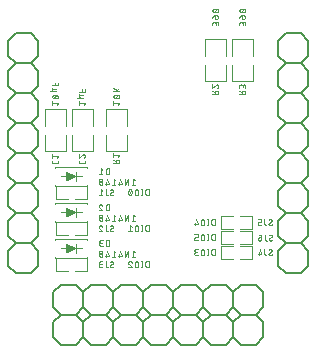
<source format=gbr>
G04 EAGLE Gerber RS-274X export*
G75*
%MOMM*%
%FSLAX34Y34*%
%LPD*%
%INSilkscreen Bottom*%
%IPPOS*%
%AMOC8*
5,1,8,0,0,1.08239X$1,22.5*%
G01*
%ADD10C,0.101600*%
%ADD11C,0.076200*%
%ADD12C,0.100000*%
%ADD13C,0.050800*%
%ADD14C,0.127000*%

G36*
X430601Y369990D02*
X430601Y369990D01*
X430631Y369991D01*
X430658Y370006D01*
X430700Y370017D01*
X431459Y370397D01*
X432220Y370777D01*
X432980Y371157D01*
X433741Y371538D01*
X434501Y371918D01*
X435262Y372298D01*
X436022Y372678D01*
X436783Y373059D01*
X437543Y373439D01*
X438304Y373819D01*
X438320Y373827D01*
X438384Y373880D01*
X438451Y373936D01*
X438452Y373937D01*
X438453Y373938D01*
X438487Y374014D01*
X438523Y374093D01*
X438523Y374095D01*
X438524Y374096D01*
X438520Y374182D01*
X438517Y374267D01*
X438516Y374268D01*
X438516Y374270D01*
X438475Y374345D01*
X438435Y374419D01*
X438434Y374420D01*
X438433Y374421D01*
X438423Y374428D01*
X438320Y374508D01*
X430700Y378318D01*
X430650Y378330D01*
X430602Y378351D01*
X430567Y378349D01*
X430532Y378358D01*
X430481Y378346D01*
X430429Y378344D01*
X430398Y378327D01*
X430363Y378319D01*
X430323Y378286D01*
X430277Y378261D01*
X430256Y378232D01*
X430229Y378209D01*
X430207Y378162D01*
X430177Y378120D01*
X430169Y378079D01*
X430157Y378051D01*
X430158Y378037D01*
X430157Y378035D01*
X430157Y378017D01*
X430150Y377977D01*
X430150Y370357D01*
X430162Y370307D01*
X430164Y370255D01*
X430181Y370224D01*
X430189Y370189D01*
X430222Y370149D01*
X430247Y370103D01*
X430277Y370083D01*
X430299Y370055D01*
X430347Y370034D01*
X430389Y370004D01*
X430425Y369999D01*
X430458Y369984D01*
X430509Y369986D01*
X430560Y369978D01*
X430601Y369990D01*
G37*
G36*
X430601Y339510D02*
X430601Y339510D01*
X430631Y339511D01*
X430658Y339526D01*
X430700Y339537D01*
X431459Y339917D01*
X432220Y340297D01*
X432980Y340677D01*
X433741Y341058D01*
X434501Y341438D01*
X435262Y341818D01*
X436022Y342198D01*
X436783Y342579D01*
X437543Y342959D01*
X438304Y343339D01*
X438320Y343347D01*
X438384Y343400D01*
X438451Y343456D01*
X438452Y343457D01*
X438453Y343458D01*
X438487Y343534D01*
X438523Y343613D01*
X438523Y343615D01*
X438524Y343616D01*
X438520Y343702D01*
X438517Y343787D01*
X438516Y343788D01*
X438516Y343790D01*
X438475Y343865D01*
X438435Y343939D01*
X438434Y343940D01*
X438433Y343941D01*
X438423Y343948D01*
X438320Y344028D01*
X430700Y347838D01*
X430650Y347850D01*
X430602Y347871D01*
X430567Y347869D01*
X430532Y347878D01*
X430481Y347866D01*
X430429Y347864D01*
X430398Y347847D01*
X430363Y347839D01*
X430323Y347806D01*
X430277Y347781D01*
X430256Y347752D01*
X430229Y347729D01*
X430207Y347682D01*
X430177Y347640D01*
X430169Y347599D01*
X430157Y347571D01*
X430158Y347557D01*
X430157Y347555D01*
X430157Y347537D01*
X430150Y347497D01*
X430150Y339877D01*
X430162Y339827D01*
X430164Y339775D01*
X430181Y339744D01*
X430189Y339709D01*
X430222Y339669D01*
X430247Y339623D01*
X430277Y339603D01*
X430299Y339575D01*
X430347Y339554D01*
X430389Y339524D01*
X430425Y339519D01*
X430458Y339504D01*
X430509Y339506D01*
X430560Y339498D01*
X430601Y339510D01*
G37*
G36*
X430601Y309030D02*
X430601Y309030D01*
X430631Y309031D01*
X430658Y309046D01*
X430700Y309057D01*
X431459Y309437D01*
X432220Y309817D01*
X432980Y310197D01*
X433741Y310578D01*
X434501Y310958D01*
X435262Y311338D01*
X436022Y311718D01*
X436783Y312099D01*
X437543Y312479D01*
X438304Y312859D01*
X438320Y312867D01*
X438384Y312920D01*
X438451Y312976D01*
X438452Y312977D01*
X438453Y312978D01*
X438487Y313054D01*
X438523Y313133D01*
X438523Y313135D01*
X438524Y313136D01*
X438520Y313222D01*
X438517Y313307D01*
X438516Y313308D01*
X438516Y313310D01*
X438475Y313385D01*
X438435Y313459D01*
X438434Y313460D01*
X438433Y313461D01*
X438423Y313468D01*
X438320Y313548D01*
X430700Y317358D01*
X430650Y317370D01*
X430602Y317391D01*
X430567Y317389D01*
X430532Y317398D01*
X430481Y317386D01*
X430429Y317384D01*
X430398Y317367D01*
X430363Y317359D01*
X430323Y317326D01*
X430277Y317301D01*
X430256Y317272D01*
X430229Y317249D01*
X430207Y317202D01*
X430177Y317160D01*
X430169Y317119D01*
X430157Y317091D01*
X430158Y317077D01*
X430157Y317075D01*
X430157Y317057D01*
X430150Y317017D01*
X430150Y309397D01*
X430162Y309347D01*
X430164Y309295D01*
X430181Y309264D01*
X430189Y309229D01*
X430222Y309189D01*
X430247Y309143D01*
X430277Y309123D01*
X430299Y309095D01*
X430347Y309074D01*
X430389Y309044D01*
X430425Y309039D01*
X430458Y309024D01*
X430509Y309026D01*
X430560Y309018D01*
X430601Y309030D01*
G37*
D10*
X499872Y358140D02*
X499872Y363220D01*
X498461Y363220D01*
X498387Y363218D01*
X498314Y363212D01*
X498240Y363203D01*
X498168Y363189D01*
X498096Y363172D01*
X498025Y363151D01*
X497955Y363126D01*
X497887Y363098D01*
X497820Y363066D01*
X497756Y363031D01*
X497693Y362992D01*
X497632Y362951D01*
X497573Y362906D01*
X497517Y362858D01*
X497463Y362807D01*
X497412Y362753D01*
X497364Y362697D01*
X497319Y362638D01*
X497278Y362577D01*
X497239Y362515D01*
X497204Y362450D01*
X497172Y362383D01*
X497144Y362315D01*
X497119Y362245D01*
X497098Y362174D01*
X497081Y362102D01*
X497067Y362030D01*
X497058Y361956D01*
X497052Y361883D01*
X497050Y361809D01*
X497050Y359551D01*
X497052Y359477D01*
X497058Y359404D01*
X497067Y359330D01*
X497081Y359258D01*
X497098Y359186D01*
X497119Y359115D01*
X497144Y359045D01*
X497172Y358977D01*
X497204Y358910D01*
X497239Y358846D01*
X497278Y358783D01*
X497319Y358722D01*
X497364Y358663D01*
X497412Y358607D01*
X497463Y358553D01*
X497517Y358502D01*
X497573Y358454D01*
X497632Y358409D01*
X497693Y358368D01*
X497756Y358329D01*
X497820Y358294D01*
X497887Y358262D01*
X497955Y358234D01*
X498025Y358209D01*
X498096Y358188D01*
X498168Y358171D01*
X498240Y358157D01*
X498314Y358148D01*
X498387Y358142D01*
X498461Y358140D01*
X499872Y358140D01*
X493889Y358140D02*
X493889Y363220D01*
X494453Y358140D02*
X493324Y358140D01*
X493324Y363220D02*
X494453Y363220D01*
X490911Y361809D02*
X490911Y359551D01*
X490911Y361809D02*
X490909Y361883D01*
X490903Y361956D01*
X490894Y362030D01*
X490880Y362102D01*
X490863Y362174D01*
X490842Y362245D01*
X490817Y362315D01*
X490789Y362383D01*
X490757Y362450D01*
X490722Y362515D01*
X490683Y362577D01*
X490642Y362638D01*
X490597Y362697D01*
X490549Y362753D01*
X490498Y362807D01*
X490444Y362858D01*
X490388Y362906D01*
X490329Y362951D01*
X490268Y362992D01*
X490206Y363031D01*
X490141Y363066D01*
X490074Y363098D01*
X490006Y363126D01*
X489936Y363151D01*
X489865Y363172D01*
X489793Y363189D01*
X489721Y363203D01*
X489647Y363212D01*
X489574Y363218D01*
X489500Y363220D01*
X489426Y363218D01*
X489353Y363212D01*
X489279Y363203D01*
X489207Y363189D01*
X489135Y363172D01*
X489064Y363151D01*
X488994Y363126D01*
X488926Y363098D01*
X488859Y363066D01*
X488795Y363031D01*
X488732Y362992D01*
X488671Y362951D01*
X488612Y362906D01*
X488556Y362858D01*
X488502Y362807D01*
X488451Y362753D01*
X488403Y362697D01*
X488358Y362638D01*
X488317Y362577D01*
X488278Y362515D01*
X488243Y362450D01*
X488211Y362383D01*
X488183Y362315D01*
X488158Y362245D01*
X488137Y362174D01*
X488120Y362102D01*
X488106Y362030D01*
X488097Y361956D01*
X488091Y361883D01*
X488089Y361809D01*
X488089Y359551D01*
X488091Y359477D01*
X488097Y359404D01*
X488106Y359330D01*
X488120Y359258D01*
X488137Y359186D01*
X488158Y359115D01*
X488183Y359045D01*
X488211Y358977D01*
X488243Y358910D01*
X488278Y358846D01*
X488317Y358783D01*
X488358Y358722D01*
X488403Y358663D01*
X488451Y358607D01*
X488502Y358553D01*
X488556Y358502D01*
X488612Y358454D01*
X488671Y358409D01*
X488732Y358368D01*
X488795Y358329D01*
X488859Y358294D01*
X488926Y358262D01*
X488994Y358234D01*
X489064Y358209D01*
X489135Y358188D01*
X489207Y358171D01*
X489279Y358157D01*
X489353Y358148D01*
X489426Y358142D01*
X489500Y358140D01*
X489574Y358142D01*
X489647Y358148D01*
X489721Y358157D01*
X489793Y358171D01*
X489865Y358188D01*
X489936Y358209D01*
X490006Y358234D01*
X490074Y358262D01*
X490141Y358294D01*
X490206Y358329D01*
X490268Y358368D01*
X490329Y358409D01*
X490388Y358454D01*
X490444Y358502D01*
X490498Y358553D01*
X490549Y358607D01*
X490597Y358663D01*
X490642Y358722D01*
X490683Y358783D01*
X490722Y358846D01*
X490757Y358910D01*
X490789Y358977D01*
X490817Y359045D01*
X490842Y359115D01*
X490863Y359186D01*
X490880Y359258D01*
X490894Y359330D01*
X490903Y359404D01*
X490909Y359477D01*
X490911Y359551D01*
X485424Y360680D02*
X485422Y360807D01*
X485416Y360933D01*
X485407Y361059D01*
X485393Y361185D01*
X485376Y361310D01*
X485355Y361435D01*
X485331Y361559D01*
X485302Y361683D01*
X485270Y361805D01*
X485234Y361927D01*
X485195Y362047D01*
X485151Y362166D01*
X485105Y362283D01*
X485054Y362400D01*
X485001Y362514D01*
X485002Y362515D02*
X484980Y362572D01*
X484955Y362629D01*
X484926Y362683D01*
X484895Y362736D01*
X484860Y362787D01*
X484823Y362836D01*
X484782Y362883D01*
X484739Y362927D01*
X484694Y362968D01*
X484646Y363007D01*
X484595Y363043D01*
X484543Y363076D01*
X484489Y363106D01*
X484434Y363132D01*
X484376Y363155D01*
X484318Y363175D01*
X484258Y363191D01*
X484198Y363204D01*
X484137Y363213D01*
X484076Y363218D01*
X484014Y363220D01*
X483952Y363218D01*
X483891Y363213D01*
X483830Y363204D01*
X483770Y363191D01*
X483710Y363175D01*
X483652Y363155D01*
X483595Y363132D01*
X483539Y363106D01*
X483485Y363076D01*
X483433Y363043D01*
X483382Y363007D01*
X483334Y362969D01*
X483289Y362927D01*
X483246Y362883D01*
X483205Y362836D01*
X483168Y362787D01*
X483133Y362736D01*
X483102Y362683D01*
X483073Y362629D01*
X483048Y362572D01*
X483026Y362515D01*
X483026Y362514D02*
X482973Y362400D01*
X482922Y362284D01*
X482876Y362166D01*
X482832Y362047D01*
X482793Y361927D01*
X482757Y361805D01*
X482725Y361683D01*
X482696Y361560D01*
X482672Y361435D01*
X482651Y361311D01*
X482634Y361185D01*
X482620Y361059D01*
X482611Y360933D01*
X482605Y360807D01*
X482603Y360680D01*
X485425Y360680D02*
X485423Y360553D01*
X485417Y360427D01*
X485408Y360301D01*
X485394Y360175D01*
X485377Y360049D01*
X485356Y359925D01*
X485332Y359800D01*
X485303Y359677D01*
X485271Y359555D01*
X485235Y359433D01*
X485196Y359313D01*
X485152Y359194D01*
X485106Y359076D01*
X485055Y358960D01*
X485002Y358845D01*
X484980Y358788D01*
X484955Y358731D01*
X484926Y358677D01*
X484895Y358624D01*
X484860Y358573D01*
X484823Y358524D01*
X484782Y358477D01*
X484739Y358433D01*
X484694Y358391D01*
X484646Y358353D01*
X484595Y358317D01*
X484543Y358284D01*
X484489Y358254D01*
X484433Y358228D01*
X484376Y358205D01*
X484318Y358185D01*
X484258Y358169D01*
X484198Y358156D01*
X484137Y358147D01*
X484076Y358142D01*
X484014Y358140D01*
X483026Y358846D02*
X482973Y358960D01*
X482922Y359076D01*
X482876Y359194D01*
X482832Y359313D01*
X482793Y359433D01*
X482757Y359555D01*
X482725Y359677D01*
X482696Y359801D01*
X482672Y359925D01*
X482651Y360049D01*
X482634Y360175D01*
X482620Y360301D01*
X482611Y360427D01*
X482605Y360553D01*
X482603Y360680D01*
X483026Y358845D02*
X483048Y358788D01*
X483073Y358731D01*
X483102Y358677D01*
X483133Y358624D01*
X483168Y358573D01*
X483205Y358524D01*
X483246Y358477D01*
X483289Y358433D01*
X483334Y358391D01*
X483382Y358353D01*
X483433Y358317D01*
X483485Y358284D01*
X483539Y358254D01*
X483595Y358228D01*
X483652Y358205D01*
X483710Y358185D01*
X483770Y358169D01*
X483830Y358156D01*
X483891Y358147D01*
X483952Y358142D01*
X484014Y358140D01*
X485142Y359269D02*
X482885Y362091D01*
X499872Y332740D02*
X499872Y327660D01*
X499872Y332740D02*
X498461Y332740D01*
X498387Y332738D01*
X498314Y332732D01*
X498240Y332723D01*
X498168Y332709D01*
X498096Y332692D01*
X498025Y332671D01*
X497955Y332646D01*
X497887Y332618D01*
X497820Y332586D01*
X497756Y332551D01*
X497693Y332512D01*
X497632Y332471D01*
X497573Y332426D01*
X497517Y332378D01*
X497463Y332327D01*
X497412Y332273D01*
X497364Y332217D01*
X497319Y332158D01*
X497278Y332097D01*
X497239Y332035D01*
X497204Y331970D01*
X497172Y331903D01*
X497144Y331835D01*
X497119Y331765D01*
X497098Y331694D01*
X497081Y331622D01*
X497067Y331550D01*
X497058Y331476D01*
X497052Y331403D01*
X497050Y331329D01*
X497050Y329071D01*
X497052Y328997D01*
X497058Y328924D01*
X497067Y328850D01*
X497081Y328778D01*
X497098Y328706D01*
X497119Y328635D01*
X497144Y328565D01*
X497172Y328497D01*
X497204Y328430D01*
X497239Y328366D01*
X497278Y328303D01*
X497319Y328242D01*
X497364Y328183D01*
X497412Y328127D01*
X497463Y328073D01*
X497517Y328022D01*
X497573Y327974D01*
X497632Y327929D01*
X497693Y327888D01*
X497756Y327849D01*
X497820Y327814D01*
X497887Y327782D01*
X497955Y327754D01*
X498025Y327729D01*
X498096Y327708D01*
X498168Y327691D01*
X498240Y327677D01*
X498314Y327668D01*
X498387Y327662D01*
X498461Y327660D01*
X499872Y327660D01*
X493889Y327660D02*
X493889Y332740D01*
X494453Y327660D02*
X493324Y327660D01*
X493324Y332740D02*
X494453Y332740D01*
X490911Y331329D02*
X490911Y329071D01*
X490911Y331329D02*
X490909Y331403D01*
X490903Y331476D01*
X490894Y331550D01*
X490880Y331622D01*
X490863Y331694D01*
X490842Y331765D01*
X490817Y331835D01*
X490789Y331903D01*
X490757Y331970D01*
X490722Y332035D01*
X490683Y332097D01*
X490642Y332158D01*
X490597Y332217D01*
X490549Y332273D01*
X490498Y332327D01*
X490444Y332378D01*
X490388Y332426D01*
X490329Y332471D01*
X490268Y332512D01*
X490206Y332551D01*
X490141Y332586D01*
X490074Y332618D01*
X490006Y332646D01*
X489936Y332671D01*
X489865Y332692D01*
X489793Y332709D01*
X489721Y332723D01*
X489647Y332732D01*
X489574Y332738D01*
X489500Y332740D01*
X489426Y332738D01*
X489353Y332732D01*
X489279Y332723D01*
X489207Y332709D01*
X489135Y332692D01*
X489064Y332671D01*
X488994Y332646D01*
X488926Y332618D01*
X488859Y332586D01*
X488795Y332551D01*
X488732Y332512D01*
X488671Y332471D01*
X488612Y332426D01*
X488556Y332378D01*
X488502Y332327D01*
X488451Y332273D01*
X488403Y332217D01*
X488358Y332158D01*
X488317Y332097D01*
X488278Y332035D01*
X488243Y331970D01*
X488211Y331903D01*
X488183Y331835D01*
X488158Y331765D01*
X488137Y331694D01*
X488120Y331622D01*
X488106Y331550D01*
X488097Y331476D01*
X488091Y331403D01*
X488089Y331329D01*
X488089Y329071D01*
X488091Y328997D01*
X488097Y328924D01*
X488106Y328850D01*
X488120Y328778D01*
X488137Y328706D01*
X488158Y328635D01*
X488183Y328565D01*
X488211Y328497D01*
X488243Y328430D01*
X488278Y328366D01*
X488317Y328303D01*
X488358Y328242D01*
X488403Y328183D01*
X488451Y328127D01*
X488502Y328073D01*
X488556Y328022D01*
X488612Y327974D01*
X488671Y327929D01*
X488732Y327888D01*
X488795Y327849D01*
X488859Y327814D01*
X488926Y327782D01*
X488994Y327754D01*
X489064Y327729D01*
X489135Y327708D01*
X489207Y327691D01*
X489279Y327677D01*
X489353Y327668D01*
X489426Y327662D01*
X489500Y327660D01*
X489574Y327662D01*
X489647Y327668D01*
X489721Y327677D01*
X489793Y327691D01*
X489865Y327708D01*
X489936Y327729D01*
X490006Y327754D01*
X490074Y327782D01*
X490141Y327814D01*
X490206Y327849D01*
X490268Y327888D01*
X490329Y327929D01*
X490388Y327974D01*
X490444Y328022D01*
X490498Y328073D01*
X490549Y328127D01*
X490597Y328183D01*
X490642Y328242D01*
X490683Y328303D01*
X490722Y328366D01*
X490757Y328430D01*
X490789Y328497D01*
X490817Y328565D01*
X490842Y328635D01*
X490863Y328706D01*
X490880Y328778D01*
X490894Y328850D01*
X490903Y328924D01*
X490909Y328997D01*
X490911Y329071D01*
X485425Y331611D02*
X484014Y332740D01*
X484014Y327660D01*
X485425Y327660D02*
X482602Y327660D01*
X499872Y302260D02*
X499872Y297180D01*
X499872Y302260D02*
X498461Y302260D01*
X498387Y302258D01*
X498314Y302252D01*
X498240Y302243D01*
X498168Y302229D01*
X498096Y302212D01*
X498025Y302191D01*
X497955Y302166D01*
X497887Y302138D01*
X497820Y302106D01*
X497756Y302071D01*
X497693Y302032D01*
X497632Y301991D01*
X497573Y301946D01*
X497517Y301898D01*
X497463Y301847D01*
X497412Y301793D01*
X497364Y301737D01*
X497319Y301678D01*
X497278Y301617D01*
X497239Y301555D01*
X497204Y301490D01*
X497172Y301423D01*
X497144Y301355D01*
X497119Y301285D01*
X497098Y301214D01*
X497081Y301142D01*
X497067Y301070D01*
X497058Y300996D01*
X497052Y300923D01*
X497050Y300849D01*
X497050Y298591D01*
X497052Y298517D01*
X497058Y298444D01*
X497067Y298370D01*
X497081Y298298D01*
X497098Y298226D01*
X497119Y298155D01*
X497144Y298085D01*
X497172Y298017D01*
X497204Y297950D01*
X497239Y297886D01*
X497278Y297823D01*
X497319Y297762D01*
X497364Y297703D01*
X497412Y297647D01*
X497463Y297593D01*
X497517Y297542D01*
X497573Y297494D01*
X497632Y297449D01*
X497693Y297408D01*
X497756Y297369D01*
X497820Y297334D01*
X497887Y297302D01*
X497955Y297274D01*
X498025Y297249D01*
X498096Y297228D01*
X498168Y297211D01*
X498240Y297197D01*
X498314Y297188D01*
X498387Y297182D01*
X498461Y297180D01*
X499872Y297180D01*
X493889Y297180D02*
X493889Y302260D01*
X494453Y297180D02*
X493324Y297180D01*
X493324Y302260D02*
X494453Y302260D01*
X490911Y300849D02*
X490911Y298591D01*
X490911Y300849D02*
X490909Y300923D01*
X490903Y300996D01*
X490894Y301070D01*
X490880Y301142D01*
X490863Y301214D01*
X490842Y301285D01*
X490817Y301355D01*
X490789Y301423D01*
X490757Y301490D01*
X490722Y301555D01*
X490683Y301617D01*
X490642Y301678D01*
X490597Y301737D01*
X490549Y301793D01*
X490498Y301847D01*
X490444Y301898D01*
X490388Y301946D01*
X490329Y301991D01*
X490268Y302032D01*
X490206Y302071D01*
X490141Y302106D01*
X490074Y302138D01*
X490006Y302166D01*
X489936Y302191D01*
X489865Y302212D01*
X489793Y302229D01*
X489721Y302243D01*
X489647Y302252D01*
X489574Y302258D01*
X489500Y302260D01*
X489426Y302258D01*
X489353Y302252D01*
X489279Y302243D01*
X489207Y302229D01*
X489135Y302212D01*
X489064Y302191D01*
X488994Y302166D01*
X488926Y302138D01*
X488859Y302106D01*
X488795Y302071D01*
X488732Y302032D01*
X488671Y301991D01*
X488612Y301946D01*
X488556Y301898D01*
X488502Y301847D01*
X488451Y301793D01*
X488403Y301737D01*
X488358Y301678D01*
X488317Y301617D01*
X488278Y301555D01*
X488243Y301490D01*
X488211Y301423D01*
X488183Y301355D01*
X488158Y301285D01*
X488137Y301214D01*
X488120Y301142D01*
X488106Y301070D01*
X488097Y300996D01*
X488091Y300923D01*
X488089Y300849D01*
X488089Y298591D01*
X488091Y298517D01*
X488097Y298444D01*
X488106Y298370D01*
X488120Y298298D01*
X488137Y298226D01*
X488158Y298155D01*
X488183Y298085D01*
X488211Y298017D01*
X488243Y297950D01*
X488278Y297886D01*
X488317Y297823D01*
X488358Y297762D01*
X488403Y297703D01*
X488451Y297647D01*
X488502Y297593D01*
X488556Y297542D01*
X488612Y297494D01*
X488671Y297449D01*
X488732Y297408D01*
X488795Y297369D01*
X488859Y297334D01*
X488926Y297302D01*
X488994Y297274D01*
X489064Y297249D01*
X489135Y297228D01*
X489207Y297211D01*
X489279Y297197D01*
X489353Y297188D01*
X489426Y297182D01*
X489500Y297180D01*
X489574Y297182D01*
X489647Y297188D01*
X489721Y297197D01*
X489793Y297211D01*
X489865Y297228D01*
X489936Y297249D01*
X490006Y297274D01*
X490074Y297302D01*
X490141Y297334D01*
X490206Y297369D01*
X490268Y297408D01*
X490329Y297449D01*
X490388Y297494D01*
X490444Y297542D01*
X490498Y297593D01*
X490549Y297647D01*
X490597Y297703D01*
X490642Y297762D01*
X490683Y297823D01*
X490722Y297886D01*
X490757Y297950D01*
X490789Y298017D01*
X490817Y298085D01*
X490842Y298155D01*
X490863Y298226D01*
X490880Y298298D01*
X490894Y298370D01*
X490903Y298444D01*
X490909Y298517D01*
X490911Y298591D01*
X483872Y302260D02*
X483803Y302258D01*
X483735Y302253D01*
X483667Y302243D01*
X483599Y302230D01*
X483532Y302214D01*
X483466Y302194D01*
X483402Y302170D01*
X483339Y302143D01*
X483277Y302112D01*
X483217Y302078D01*
X483159Y302041D01*
X483103Y302001D01*
X483050Y301958D01*
X482999Y301912D01*
X482950Y301863D01*
X482904Y301812D01*
X482861Y301759D01*
X482821Y301703D01*
X482784Y301645D01*
X482750Y301585D01*
X482719Y301523D01*
X482692Y301460D01*
X482668Y301396D01*
X482648Y301330D01*
X482632Y301263D01*
X482619Y301195D01*
X482609Y301127D01*
X482604Y301059D01*
X482602Y300990D01*
X483872Y302260D02*
X483951Y302258D01*
X484030Y302252D01*
X484108Y302243D01*
X484186Y302230D01*
X484263Y302213D01*
X484339Y302192D01*
X484414Y302167D01*
X484488Y302139D01*
X484560Y302108D01*
X484631Y302073D01*
X484700Y302034D01*
X484767Y301993D01*
X484832Y301948D01*
X484895Y301900D01*
X484955Y301849D01*
X485013Y301795D01*
X485068Y301739D01*
X485120Y301680D01*
X485169Y301618D01*
X485216Y301554D01*
X485259Y301488D01*
X485299Y301420D01*
X485336Y301350D01*
X485369Y301278D01*
X485398Y301205D01*
X485425Y301131D01*
X483025Y300002D02*
X482977Y300051D01*
X482930Y300102D01*
X482887Y300156D01*
X482846Y300212D01*
X482808Y300269D01*
X482773Y300329D01*
X482741Y300390D01*
X482712Y300453D01*
X482687Y300517D01*
X482664Y300582D01*
X482645Y300649D01*
X482630Y300716D01*
X482618Y300784D01*
X482609Y300852D01*
X482604Y300921D01*
X482602Y300990D01*
X483026Y300002D02*
X485425Y297180D01*
X482602Y297180D01*
X555752Y307340D02*
X555752Y312420D01*
X554341Y312420D01*
X554267Y312418D01*
X554194Y312412D01*
X554120Y312403D01*
X554048Y312389D01*
X553976Y312372D01*
X553905Y312351D01*
X553835Y312326D01*
X553767Y312298D01*
X553700Y312266D01*
X553636Y312231D01*
X553573Y312192D01*
X553512Y312151D01*
X553453Y312106D01*
X553397Y312058D01*
X553343Y312007D01*
X553292Y311953D01*
X553244Y311897D01*
X553199Y311838D01*
X553158Y311777D01*
X553119Y311715D01*
X553084Y311650D01*
X553052Y311583D01*
X553024Y311515D01*
X552999Y311445D01*
X552978Y311374D01*
X552961Y311302D01*
X552947Y311230D01*
X552938Y311156D01*
X552932Y311083D01*
X552930Y311009D01*
X552930Y308751D01*
X552932Y308677D01*
X552938Y308604D01*
X552947Y308530D01*
X552961Y308458D01*
X552978Y308386D01*
X552999Y308315D01*
X553024Y308245D01*
X553052Y308177D01*
X553084Y308110D01*
X553119Y308046D01*
X553158Y307983D01*
X553199Y307922D01*
X553244Y307863D01*
X553292Y307807D01*
X553343Y307753D01*
X553397Y307702D01*
X553453Y307654D01*
X553512Y307609D01*
X553573Y307568D01*
X553636Y307529D01*
X553700Y307494D01*
X553767Y307462D01*
X553835Y307434D01*
X553905Y307409D01*
X553976Y307388D01*
X554048Y307371D01*
X554120Y307357D01*
X554194Y307348D01*
X554267Y307342D01*
X554341Y307340D01*
X555752Y307340D01*
X549769Y307340D02*
X549769Y312420D01*
X550333Y307340D02*
X549204Y307340D01*
X549204Y312420D02*
X550333Y312420D01*
X546791Y311009D02*
X546791Y308751D01*
X546791Y311009D02*
X546789Y311083D01*
X546783Y311156D01*
X546774Y311230D01*
X546760Y311302D01*
X546743Y311374D01*
X546722Y311445D01*
X546697Y311515D01*
X546669Y311583D01*
X546637Y311650D01*
X546602Y311715D01*
X546563Y311777D01*
X546522Y311838D01*
X546477Y311897D01*
X546429Y311953D01*
X546378Y312007D01*
X546324Y312058D01*
X546268Y312106D01*
X546209Y312151D01*
X546148Y312192D01*
X546086Y312231D01*
X546021Y312266D01*
X545954Y312298D01*
X545886Y312326D01*
X545816Y312351D01*
X545745Y312372D01*
X545673Y312389D01*
X545601Y312403D01*
X545527Y312412D01*
X545454Y312418D01*
X545380Y312420D01*
X545306Y312418D01*
X545233Y312412D01*
X545159Y312403D01*
X545087Y312389D01*
X545015Y312372D01*
X544944Y312351D01*
X544874Y312326D01*
X544806Y312298D01*
X544739Y312266D01*
X544675Y312231D01*
X544612Y312192D01*
X544551Y312151D01*
X544492Y312106D01*
X544436Y312058D01*
X544382Y312007D01*
X544331Y311953D01*
X544283Y311897D01*
X544238Y311838D01*
X544197Y311777D01*
X544158Y311715D01*
X544123Y311650D01*
X544091Y311583D01*
X544063Y311515D01*
X544038Y311445D01*
X544017Y311374D01*
X544000Y311302D01*
X543986Y311230D01*
X543977Y311156D01*
X543971Y311083D01*
X543969Y311009D01*
X543969Y308751D01*
X543971Y308677D01*
X543977Y308604D01*
X543986Y308530D01*
X544000Y308458D01*
X544017Y308386D01*
X544038Y308315D01*
X544063Y308245D01*
X544091Y308177D01*
X544123Y308110D01*
X544158Y308046D01*
X544197Y307983D01*
X544238Y307922D01*
X544283Y307863D01*
X544331Y307807D01*
X544382Y307753D01*
X544436Y307702D01*
X544492Y307654D01*
X544551Y307609D01*
X544612Y307568D01*
X544675Y307529D01*
X544739Y307494D01*
X544806Y307462D01*
X544874Y307434D01*
X544944Y307409D01*
X545015Y307388D01*
X545087Y307371D01*
X545159Y307357D01*
X545233Y307348D01*
X545306Y307342D01*
X545380Y307340D01*
X545454Y307342D01*
X545527Y307348D01*
X545601Y307357D01*
X545673Y307371D01*
X545745Y307388D01*
X545816Y307409D01*
X545886Y307434D01*
X545954Y307462D01*
X546021Y307494D01*
X546086Y307529D01*
X546148Y307568D01*
X546209Y307609D01*
X546268Y307654D01*
X546324Y307702D01*
X546378Y307753D01*
X546429Y307807D01*
X546477Y307863D01*
X546522Y307922D01*
X546563Y307983D01*
X546602Y308046D01*
X546637Y308110D01*
X546669Y308177D01*
X546697Y308245D01*
X546722Y308315D01*
X546743Y308386D01*
X546760Y308458D01*
X546774Y308530D01*
X546783Y308604D01*
X546789Y308677D01*
X546791Y308751D01*
X541305Y307340D02*
X539894Y307340D01*
X539820Y307342D01*
X539747Y307348D01*
X539673Y307357D01*
X539601Y307371D01*
X539529Y307388D01*
X539458Y307409D01*
X539388Y307434D01*
X539320Y307462D01*
X539253Y307494D01*
X539189Y307529D01*
X539126Y307568D01*
X539065Y307609D01*
X539006Y307654D01*
X538950Y307702D01*
X538896Y307753D01*
X538845Y307807D01*
X538797Y307863D01*
X538752Y307922D01*
X538711Y307983D01*
X538672Y308046D01*
X538637Y308110D01*
X538605Y308177D01*
X538577Y308245D01*
X538552Y308315D01*
X538531Y308386D01*
X538514Y308458D01*
X538500Y308530D01*
X538491Y308604D01*
X538485Y308677D01*
X538483Y308751D01*
X538485Y308825D01*
X538491Y308898D01*
X538500Y308972D01*
X538514Y309044D01*
X538531Y309116D01*
X538552Y309187D01*
X538577Y309257D01*
X538605Y309325D01*
X538637Y309392D01*
X538672Y309457D01*
X538711Y309519D01*
X538752Y309580D01*
X538797Y309639D01*
X538845Y309695D01*
X538896Y309749D01*
X538950Y309800D01*
X539006Y309848D01*
X539065Y309893D01*
X539126Y309934D01*
X539189Y309973D01*
X539253Y310008D01*
X539320Y310040D01*
X539388Y310068D01*
X539458Y310093D01*
X539529Y310114D01*
X539601Y310131D01*
X539673Y310145D01*
X539747Y310154D01*
X539820Y310160D01*
X539894Y310162D01*
X539611Y312420D02*
X541305Y312420D01*
X539611Y312420D02*
X539545Y312418D01*
X539480Y312412D01*
X539415Y312403D01*
X539351Y312390D01*
X539287Y312373D01*
X539225Y312352D01*
X539164Y312328D01*
X539104Y312300D01*
X539047Y312269D01*
X538991Y312234D01*
X538937Y312197D01*
X538885Y312156D01*
X538836Y312112D01*
X538790Y312066D01*
X538746Y312017D01*
X538705Y311965D01*
X538668Y311911D01*
X538633Y311856D01*
X538602Y311798D01*
X538574Y311738D01*
X538550Y311677D01*
X538529Y311615D01*
X538512Y311551D01*
X538499Y311487D01*
X538490Y311422D01*
X538484Y311357D01*
X538482Y311291D01*
X538484Y311225D01*
X538490Y311160D01*
X538499Y311095D01*
X538512Y311031D01*
X538529Y310967D01*
X538550Y310905D01*
X538574Y310844D01*
X538602Y310784D01*
X538633Y310727D01*
X538668Y310671D01*
X538705Y310617D01*
X538746Y310565D01*
X538790Y310516D01*
X538836Y310470D01*
X538885Y310426D01*
X538937Y310385D01*
X538991Y310348D01*
X539047Y310313D01*
X539104Y310282D01*
X539164Y310254D01*
X539225Y310230D01*
X539287Y310209D01*
X539351Y310192D01*
X539415Y310179D01*
X539480Y310170D01*
X539545Y310164D01*
X539611Y310162D01*
X540740Y310162D01*
X555752Y332740D02*
X555752Y337820D01*
X554341Y337820D01*
X554267Y337818D01*
X554194Y337812D01*
X554120Y337803D01*
X554048Y337789D01*
X553976Y337772D01*
X553905Y337751D01*
X553835Y337726D01*
X553767Y337698D01*
X553700Y337666D01*
X553636Y337631D01*
X553573Y337592D01*
X553512Y337551D01*
X553453Y337506D01*
X553397Y337458D01*
X553343Y337407D01*
X553292Y337353D01*
X553244Y337297D01*
X553199Y337238D01*
X553158Y337177D01*
X553119Y337115D01*
X553084Y337050D01*
X553052Y336983D01*
X553024Y336915D01*
X552999Y336845D01*
X552978Y336774D01*
X552961Y336702D01*
X552947Y336630D01*
X552938Y336556D01*
X552932Y336483D01*
X552930Y336409D01*
X552930Y334151D01*
X552932Y334077D01*
X552938Y334004D01*
X552947Y333930D01*
X552961Y333858D01*
X552978Y333786D01*
X552999Y333715D01*
X553024Y333645D01*
X553052Y333577D01*
X553084Y333510D01*
X553119Y333446D01*
X553158Y333383D01*
X553199Y333322D01*
X553244Y333263D01*
X553292Y333207D01*
X553343Y333153D01*
X553397Y333102D01*
X553453Y333054D01*
X553512Y333009D01*
X553573Y332968D01*
X553636Y332929D01*
X553700Y332894D01*
X553767Y332862D01*
X553835Y332834D01*
X553905Y332809D01*
X553976Y332788D01*
X554048Y332771D01*
X554120Y332757D01*
X554194Y332748D01*
X554267Y332742D01*
X554341Y332740D01*
X555752Y332740D01*
X549769Y332740D02*
X549769Y337820D01*
X550333Y332740D02*
X549204Y332740D01*
X549204Y337820D02*
X550333Y337820D01*
X546791Y336409D02*
X546791Y334151D01*
X546791Y336409D02*
X546789Y336483D01*
X546783Y336556D01*
X546774Y336630D01*
X546760Y336702D01*
X546743Y336774D01*
X546722Y336845D01*
X546697Y336915D01*
X546669Y336983D01*
X546637Y337050D01*
X546602Y337115D01*
X546563Y337177D01*
X546522Y337238D01*
X546477Y337297D01*
X546429Y337353D01*
X546378Y337407D01*
X546324Y337458D01*
X546268Y337506D01*
X546209Y337551D01*
X546148Y337592D01*
X546086Y337631D01*
X546021Y337666D01*
X545954Y337698D01*
X545886Y337726D01*
X545816Y337751D01*
X545745Y337772D01*
X545673Y337789D01*
X545601Y337803D01*
X545527Y337812D01*
X545454Y337818D01*
X545380Y337820D01*
X545306Y337818D01*
X545233Y337812D01*
X545159Y337803D01*
X545087Y337789D01*
X545015Y337772D01*
X544944Y337751D01*
X544874Y337726D01*
X544806Y337698D01*
X544739Y337666D01*
X544675Y337631D01*
X544612Y337592D01*
X544551Y337551D01*
X544492Y337506D01*
X544436Y337458D01*
X544382Y337407D01*
X544331Y337353D01*
X544283Y337297D01*
X544238Y337238D01*
X544197Y337177D01*
X544158Y337115D01*
X544123Y337050D01*
X544091Y336983D01*
X544063Y336915D01*
X544038Y336845D01*
X544017Y336774D01*
X544000Y336702D01*
X543986Y336630D01*
X543977Y336556D01*
X543971Y336483D01*
X543969Y336409D01*
X543969Y334151D01*
X543971Y334077D01*
X543977Y334004D01*
X543986Y333930D01*
X544000Y333858D01*
X544017Y333786D01*
X544038Y333715D01*
X544063Y333645D01*
X544091Y333577D01*
X544123Y333510D01*
X544158Y333446D01*
X544197Y333383D01*
X544238Y333322D01*
X544283Y333263D01*
X544331Y333207D01*
X544382Y333153D01*
X544436Y333102D01*
X544492Y333054D01*
X544551Y333009D01*
X544612Y332968D01*
X544675Y332929D01*
X544739Y332894D01*
X544806Y332862D01*
X544874Y332834D01*
X544944Y332809D01*
X545015Y332788D01*
X545087Y332771D01*
X545159Y332757D01*
X545233Y332748D01*
X545306Y332742D01*
X545380Y332740D01*
X545454Y332742D01*
X545527Y332748D01*
X545601Y332757D01*
X545673Y332771D01*
X545745Y332788D01*
X545816Y332809D01*
X545886Y332834D01*
X545954Y332862D01*
X546021Y332894D01*
X546086Y332929D01*
X546148Y332968D01*
X546209Y333009D01*
X546268Y333054D01*
X546324Y333102D01*
X546378Y333153D01*
X546429Y333207D01*
X546477Y333263D01*
X546522Y333322D01*
X546563Y333383D01*
X546602Y333446D01*
X546637Y333510D01*
X546669Y333577D01*
X546697Y333645D01*
X546722Y333715D01*
X546743Y333786D01*
X546760Y333858D01*
X546774Y333930D01*
X546783Y334004D01*
X546789Y334077D01*
X546791Y334151D01*
X541305Y333869D02*
X540176Y337820D01*
X541305Y333869D02*
X538482Y333869D01*
X539329Y334998D02*
X539329Y332740D01*
X555752Y325120D02*
X555752Y320040D01*
X555752Y325120D02*
X554341Y325120D01*
X554267Y325118D01*
X554194Y325112D01*
X554120Y325103D01*
X554048Y325089D01*
X553976Y325072D01*
X553905Y325051D01*
X553835Y325026D01*
X553767Y324998D01*
X553700Y324966D01*
X553636Y324931D01*
X553573Y324892D01*
X553512Y324851D01*
X553453Y324806D01*
X553397Y324758D01*
X553343Y324707D01*
X553292Y324653D01*
X553244Y324597D01*
X553199Y324538D01*
X553158Y324477D01*
X553119Y324415D01*
X553084Y324350D01*
X553052Y324283D01*
X553024Y324215D01*
X552999Y324145D01*
X552978Y324074D01*
X552961Y324002D01*
X552947Y323930D01*
X552938Y323856D01*
X552932Y323783D01*
X552930Y323709D01*
X552930Y321451D01*
X552932Y321377D01*
X552938Y321304D01*
X552947Y321230D01*
X552961Y321158D01*
X552978Y321086D01*
X552999Y321015D01*
X553024Y320945D01*
X553052Y320877D01*
X553084Y320810D01*
X553119Y320746D01*
X553158Y320683D01*
X553199Y320622D01*
X553244Y320563D01*
X553292Y320507D01*
X553343Y320453D01*
X553397Y320402D01*
X553453Y320354D01*
X553512Y320309D01*
X553573Y320268D01*
X553636Y320229D01*
X553700Y320194D01*
X553767Y320162D01*
X553835Y320134D01*
X553905Y320109D01*
X553976Y320088D01*
X554048Y320071D01*
X554120Y320057D01*
X554194Y320048D01*
X554267Y320042D01*
X554341Y320040D01*
X555752Y320040D01*
X549769Y320040D02*
X549769Y325120D01*
X550333Y320040D02*
X549204Y320040D01*
X549204Y325120D02*
X550333Y325120D01*
X546791Y323709D02*
X546791Y321451D01*
X546791Y323709D02*
X546789Y323783D01*
X546783Y323856D01*
X546774Y323930D01*
X546760Y324002D01*
X546743Y324074D01*
X546722Y324145D01*
X546697Y324215D01*
X546669Y324283D01*
X546637Y324350D01*
X546602Y324415D01*
X546563Y324477D01*
X546522Y324538D01*
X546477Y324597D01*
X546429Y324653D01*
X546378Y324707D01*
X546324Y324758D01*
X546268Y324806D01*
X546209Y324851D01*
X546148Y324892D01*
X546086Y324931D01*
X546021Y324966D01*
X545954Y324998D01*
X545886Y325026D01*
X545816Y325051D01*
X545745Y325072D01*
X545673Y325089D01*
X545601Y325103D01*
X545527Y325112D01*
X545454Y325118D01*
X545380Y325120D01*
X545306Y325118D01*
X545233Y325112D01*
X545159Y325103D01*
X545087Y325089D01*
X545015Y325072D01*
X544944Y325051D01*
X544874Y325026D01*
X544806Y324998D01*
X544739Y324966D01*
X544675Y324931D01*
X544612Y324892D01*
X544551Y324851D01*
X544492Y324806D01*
X544436Y324758D01*
X544382Y324707D01*
X544331Y324653D01*
X544283Y324597D01*
X544238Y324538D01*
X544197Y324477D01*
X544158Y324415D01*
X544123Y324350D01*
X544091Y324283D01*
X544063Y324215D01*
X544038Y324145D01*
X544017Y324074D01*
X544000Y324002D01*
X543986Y323930D01*
X543977Y323856D01*
X543971Y323783D01*
X543969Y323709D01*
X543969Y321451D01*
X543971Y321377D01*
X543977Y321304D01*
X543986Y321230D01*
X544000Y321158D01*
X544017Y321086D01*
X544038Y321015D01*
X544063Y320945D01*
X544091Y320877D01*
X544123Y320810D01*
X544158Y320746D01*
X544197Y320683D01*
X544238Y320622D01*
X544283Y320563D01*
X544331Y320507D01*
X544382Y320453D01*
X544436Y320402D01*
X544492Y320354D01*
X544551Y320309D01*
X544612Y320268D01*
X544675Y320229D01*
X544739Y320194D01*
X544806Y320162D01*
X544874Y320134D01*
X544944Y320109D01*
X545015Y320088D01*
X545087Y320071D01*
X545159Y320057D01*
X545233Y320048D01*
X545306Y320042D01*
X545380Y320040D01*
X545454Y320042D01*
X545527Y320048D01*
X545601Y320057D01*
X545673Y320071D01*
X545745Y320088D01*
X545816Y320109D01*
X545886Y320134D01*
X545954Y320162D01*
X546021Y320194D01*
X546086Y320229D01*
X546148Y320268D01*
X546209Y320309D01*
X546268Y320354D01*
X546324Y320402D01*
X546378Y320453D01*
X546429Y320507D01*
X546477Y320563D01*
X546522Y320622D01*
X546563Y320683D01*
X546602Y320746D01*
X546637Y320810D01*
X546669Y320877D01*
X546697Y320945D01*
X546722Y321015D01*
X546743Y321086D01*
X546760Y321158D01*
X546774Y321230D01*
X546783Y321304D01*
X546789Y321377D01*
X546791Y321451D01*
X541305Y320040D02*
X539611Y320040D01*
X539545Y320042D01*
X539480Y320048D01*
X539415Y320057D01*
X539351Y320070D01*
X539287Y320087D01*
X539225Y320108D01*
X539164Y320132D01*
X539104Y320160D01*
X539047Y320191D01*
X538991Y320226D01*
X538937Y320263D01*
X538885Y320304D01*
X538836Y320348D01*
X538790Y320394D01*
X538746Y320443D01*
X538705Y320495D01*
X538668Y320549D01*
X538633Y320604D01*
X538602Y320662D01*
X538574Y320722D01*
X538550Y320783D01*
X538529Y320845D01*
X538512Y320909D01*
X538499Y320973D01*
X538490Y321038D01*
X538484Y321103D01*
X538482Y321169D01*
X538482Y321733D01*
X538484Y321799D01*
X538490Y321864D01*
X538499Y321929D01*
X538512Y321993D01*
X538529Y322057D01*
X538550Y322119D01*
X538574Y322180D01*
X538602Y322240D01*
X538633Y322298D01*
X538668Y322353D01*
X538705Y322407D01*
X538746Y322459D01*
X538790Y322508D01*
X538836Y322554D01*
X538885Y322598D01*
X538937Y322639D01*
X538991Y322676D01*
X539047Y322711D01*
X539104Y322742D01*
X539164Y322770D01*
X539225Y322794D01*
X539287Y322815D01*
X539351Y322832D01*
X539415Y322845D01*
X539480Y322854D01*
X539545Y322860D01*
X539611Y322862D01*
X541305Y322862D01*
X541305Y325120D01*
X538482Y325120D01*
D11*
X429530Y417230D02*
X429530Y431200D01*
X411750Y431200D01*
X411750Y417230D01*
X411750Y409610D02*
X411750Y395640D01*
X429530Y395640D01*
X429530Y409610D01*
D10*
X418100Y387576D02*
X418100Y386447D01*
X418102Y386381D01*
X418108Y386316D01*
X418117Y386251D01*
X418130Y386187D01*
X418147Y386123D01*
X418168Y386061D01*
X418192Y386000D01*
X418220Y385940D01*
X418251Y385883D01*
X418286Y385827D01*
X418323Y385773D01*
X418364Y385721D01*
X418408Y385672D01*
X418454Y385626D01*
X418503Y385582D01*
X418555Y385541D01*
X418609Y385504D01*
X418665Y385469D01*
X418722Y385438D01*
X418782Y385410D01*
X418843Y385386D01*
X418905Y385365D01*
X418969Y385348D01*
X419033Y385335D01*
X419098Y385326D01*
X419163Y385320D01*
X419229Y385318D01*
X422051Y385318D01*
X422117Y385320D01*
X422182Y385326D01*
X422247Y385335D01*
X422311Y385348D01*
X422375Y385365D01*
X422437Y385386D01*
X422498Y385410D01*
X422558Y385438D01*
X422615Y385469D01*
X422671Y385504D01*
X422725Y385541D01*
X422777Y385582D01*
X422826Y385626D01*
X422872Y385672D01*
X422916Y385721D01*
X422957Y385773D01*
X422994Y385827D01*
X423029Y385882D01*
X423060Y385940D01*
X423088Y386000D01*
X423112Y386061D01*
X423133Y386123D01*
X423150Y386187D01*
X423163Y386251D01*
X423172Y386316D01*
X423178Y386381D01*
X423180Y386447D01*
X423180Y387576D01*
X422051Y389915D02*
X423180Y391326D01*
X418100Y391326D01*
X418100Y389915D02*
X418100Y392737D01*
X422051Y434848D02*
X423180Y436259D01*
X418100Y436259D01*
X418100Y434848D02*
X418100Y437670D01*
X420640Y440335D02*
X420767Y440337D01*
X420893Y440343D01*
X421019Y440352D01*
X421145Y440366D01*
X421270Y440383D01*
X421395Y440404D01*
X421519Y440428D01*
X421643Y440457D01*
X421765Y440489D01*
X421887Y440525D01*
X422007Y440564D01*
X422126Y440608D01*
X422243Y440654D01*
X422360Y440705D01*
X422474Y440758D01*
X422475Y440757D02*
X422532Y440779D01*
X422589Y440804D01*
X422643Y440833D01*
X422696Y440864D01*
X422747Y440899D01*
X422796Y440936D01*
X422843Y440977D01*
X422887Y441020D01*
X422929Y441065D01*
X422967Y441113D01*
X423003Y441164D01*
X423036Y441216D01*
X423066Y441270D01*
X423092Y441326D01*
X423115Y441383D01*
X423135Y441441D01*
X423151Y441501D01*
X423164Y441561D01*
X423173Y441622D01*
X423178Y441683D01*
X423180Y441745D01*
X423178Y441807D01*
X423173Y441868D01*
X423164Y441929D01*
X423151Y441989D01*
X423135Y442049D01*
X423115Y442107D01*
X423092Y442165D01*
X423066Y442220D01*
X423036Y442274D01*
X423003Y442326D01*
X422967Y442377D01*
X422928Y442425D01*
X422887Y442470D01*
X422843Y442513D01*
X422796Y442554D01*
X422747Y442591D01*
X422696Y442626D01*
X422643Y442657D01*
X422589Y442686D01*
X422532Y442711D01*
X422475Y442733D01*
X422474Y442733D02*
X422360Y442786D01*
X422244Y442837D01*
X422126Y442883D01*
X422007Y442927D01*
X421887Y442966D01*
X421765Y443002D01*
X421643Y443034D01*
X421520Y443063D01*
X421395Y443087D01*
X421271Y443108D01*
X421145Y443125D01*
X421019Y443139D01*
X420893Y443148D01*
X420767Y443154D01*
X420640Y443156D01*
X420640Y440334D02*
X420513Y440336D01*
X420387Y440342D01*
X420261Y440351D01*
X420135Y440365D01*
X420009Y440382D01*
X419885Y440403D01*
X419760Y440427D01*
X419637Y440456D01*
X419515Y440488D01*
X419393Y440524D01*
X419273Y440563D01*
X419154Y440607D01*
X419036Y440653D01*
X418920Y440704D01*
X418805Y440757D01*
X418748Y440779D01*
X418691Y440804D01*
X418637Y440833D01*
X418584Y440864D01*
X418533Y440899D01*
X418484Y440936D01*
X418437Y440977D01*
X418393Y441020D01*
X418351Y441065D01*
X418313Y441113D01*
X418277Y441164D01*
X418244Y441216D01*
X418214Y441270D01*
X418188Y441326D01*
X418165Y441383D01*
X418145Y441441D01*
X418129Y441501D01*
X418116Y441561D01*
X418107Y441622D01*
X418102Y441683D01*
X418100Y441745D01*
X418806Y442733D02*
X418920Y442786D01*
X419036Y442837D01*
X419154Y442883D01*
X419273Y442927D01*
X419393Y442966D01*
X419515Y443002D01*
X419637Y443034D01*
X419761Y443063D01*
X419885Y443087D01*
X420009Y443108D01*
X420135Y443125D01*
X420261Y443139D01*
X420387Y443148D01*
X420513Y443154D01*
X420640Y443156D01*
X418805Y442733D02*
X418748Y442711D01*
X418691Y442686D01*
X418637Y442657D01*
X418584Y442626D01*
X418533Y442591D01*
X418484Y442554D01*
X418437Y442513D01*
X418393Y442470D01*
X418351Y442425D01*
X418313Y442377D01*
X418277Y442326D01*
X418244Y442274D01*
X418214Y442220D01*
X418188Y442164D01*
X418165Y442107D01*
X418145Y442049D01*
X418129Y441989D01*
X418116Y441929D01*
X418107Y441868D01*
X418102Y441807D01*
X418100Y441745D01*
X419229Y440617D02*
X422051Y442874D01*
X421487Y446225D02*
X416407Y446225D01*
X419229Y448482D02*
X421487Y448482D01*
X419229Y448483D02*
X419163Y448481D01*
X419098Y448475D01*
X419033Y448466D01*
X418969Y448453D01*
X418905Y448436D01*
X418843Y448415D01*
X418782Y448391D01*
X418722Y448363D01*
X418665Y448332D01*
X418609Y448297D01*
X418555Y448260D01*
X418503Y448219D01*
X418454Y448175D01*
X418408Y448129D01*
X418364Y448080D01*
X418323Y448028D01*
X418286Y447974D01*
X418251Y447919D01*
X418220Y447861D01*
X418192Y447801D01*
X418168Y447740D01*
X418147Y447678D01*
X418130Y447614D01*
X418117Y447550D01*
X418108Y447485D01*
X418102Y447420D01*
X418100Y447354D01*
X418102Y447288D01*
X418108Y447223D01*
X418117Y447158D01*
X418130Y447094D01*
X418147Y447030D01*
X418168Y446968D01*
X418192Y446907D01*
X418220Y446847D01*
X418251Y446790D01*
X418286Y446734D01*
X418323Y446680D01*
X418364Y446628D01*
X418408Y446579D01*
X418454Y446533D01*
X418503Y446489D01*
X418555Y446448D01*
X418609Y446411D01*
X418665Y446376D01*
X418722Y446345D01*
X418782Y446317D01*
X418843Y446293D01*
X418905Y446272D01*
X418969Y446255D01*
X419033Y446242D01*
X419098Y446233D01*
X419163Y446227D01*
X419229Y446225D01*
X419229Y448482D02*
X418664Y448482D01*
X418664Y448483D02*
X418617Y448485D01*
X418571Y448491D01*
X418526Y448500D01*
X418481Y448514D01*
X418437Y448531D01*
X418396Y448551D01*
X418356Y448575D01*
X418318Y448602D01*
X418282Y448632D01*
X418249Y448665D01*
X418219Y448701D01*
X418192Y448739D01*
X418168Y448779D01*
X418147Y448820D01*
X418131Y448864D01*
X418117Y448909D01*
X418108Y448954D01*
X418102Y449000D01*
X418100Y449047D01*
X418100Y451324D02*
X423180Y451324D01*
X423180Y453582D01*
X420922Y453582D02*
X420922Y451324D01*
D11*
X452390Y431200D02*
X452390Y417230D01*
X452390Y431200D02*
X434610Y431200D01*
X434610Y417230D01*
X434610Y409610D02*
X434610Y395640D01*
X452390Y395640D01*
X452390Y409610D01*
D10*
X440960Y387576D02*
X440960Y386447D01*
X440962Y386381D01*
X440968Y386316D01*
X440977Y386251D01*
X440990Y386187D01*
X441007Y386123D01*
X441028Y386061D01*
X441052Y386000D01*
X441080Y385940D01*
X441111Y385883D01*
X441146Y385827D01*
X441183Y385773D01*
X441224Y385721D01*
X441268Y385672D01*
X441314Y385626D01*
X441363Y385582D01*
X441415Y385541D01*
X441469Y385504D01*
X441525Y385469D01*
X441582Y385438D01*
X441642Y385410D01*
X441703Y385386D01*
X441765Y385365D01*
X441829Y385348D01*
X441893Y385335D01*
X441958Y385326D01*
X442023Y385320D01*
X442089Y385318D01*
X444911Y385318D01*
X444977Y385320D01*
X445042Y385326D01*
X445107Y385335D01*
X445171Y385348D01*
X445235Y385365D01*
X445297Y385386D01*
X445358Y385410D01*
X445418Y385438D01*
X445475Y385469D01*
X445531Y385504D01*
X445585Y385541D01*
X445637Y385582D01*
X445686Y385626D01*
X445732Y385672D01*
X445776Y385721D01*
X445817Y385773D01*
X445854Y385827D01*
X445889Y385882D01*
X445920Y385940D01*
X445948Y386000D01*
X445972Y386061D01*
X445993Y386123D01*
X446010Y386187D01*
X446023Y386251D01*
X446032Y386316D01*
X446038Y386381D01*
X446040Y386447D01*
X446040Y387576D01*
X446040Y391467D02*
X446038Y391536D01*
X446033Y391604D01*
X446023Y391672D01*
X446010Y391740D01*
X445994Y391807D01*
X445974Y391873D01*
X445950Y391937D01*
X445923Y392000D01*
X445892Y392062D01*
X445858Y392122D01*
X445821Y392180D01*
X445781Y392236D01*
X445738Y392289D01*
X445692Y392340D01*
X445643Y392389D01*
X445592Y392435D01*
X445539Y392478D01*
X445483Y392518D01*
X445425Y392555D01*
X445365Y392589D01*
X445303Y392620D01*
X445240Y392647D01*
X445176Y392671D01*
X445110Y392691D01*
X445043Y392707D01*
X444975Y392720D01*
X444907Y392730D01*
X444839Y392735D01*
X444770Y392737D01*
X446040Y391467D02*
X446038Y391388D01*
X446032Y391309D01*
X446023Y391231D01*
X446010Y391153D01*
X445993Y391076D01*
X445972Y391000D01*
X445947Y390925D01*
X445919Y390851D01*
X445888Y390779D01*
X445853Y390708D01*
X445814Y390639D01*
X445773Y390572D01*
X445728Y390507D01*
X445680Y390444D01*
X445629Y390384D01*
X445575Y390326D01*
X445519Y390271D01*
X445460Y390219D01*
X445398Y390170D01*
X445334Y390123D01*
X445268Y390080D01*
X445200Y390040D01*
X445130Y390003D01*
X445058Y389970D01*
X444985Y389941D01*
X444911Y389914D01*
X443782Y392314D02*
X443831Y392362D01*
X443882Y392409D01*
X443936Y392452D01*
X443992Y392493D01*
X444049Y392531D01*
X444109Y392566D01*
X444170Y392598D01*
X444233Y392627D01*
X444297Y392652D01*
X444362Y392675D01*
X444429Y392694D01*
X444496Y392709D01*
X444564Y392721D01*
X444632Y392730D01*
X444701Y392735D01*
X444770Y392737D01*
X443782Y392313D02*
X440960Y389915D01*
X440960Y392737D01*
X444911Y434848D02*
X446040Y436259D01*
X440960Y436259D01*
X440960Y434848D02*
X440960Y437670D01*
X439267Y440738D02*
X444347Y440738D01*
X444347Y442996D02*
X442089Y442996D01*
X442023Y442994D01*
X441958Y442988D01*
X441893Y442979D01*
X441829Y442966D01*
X441765Y442949D01*
X441703Y442928D01*
X441642Y442904D01*
X441582Y442876D01*
X441525Y442845D01*
X441469Y442810D01*
X441415Y442773D01*
X441363Y442732D01*
X441314Y442688D01*
X441268Y442642D01*
X441224Y442593D01*
X441183Y442541D01*
X441146Y442487D01*
X441111Y442432D01*
X441080Y442374D01*
X441052Y442314D01*
X441028Y442253D01*
X441007Y442191D01*
X440990Y442127D01*
X440977Y442063D01*
X440968Y441998D01*
X440962Y441933D01*
X440960Y441867D01*
X440962Y441801D01*
X440968Y441736D01*
X440977Y441671D01*
X440990Y441607D01*
X441007Y441543D01*
X441028Y441481D01*
X441052Y441420D01*
X441080Y441360D01*
X441111Y441303D01*
X441146Y441247D01*
X441183Y441193D01*
X441224Y441141D01*
X441268Y441092D01*
X441314Y441046D01*
X441363Y441002D01*
X441415Y440961D01*
X441469Y440924D01*
X441525Y440889D01*
X441582Y440858D01*
X441642Y440830D01*
X441703Y440806D01*
X441765Y440785D01*
X441829Y440768D01*
X441893Y440755D01*
X441958Y440746D01*
X442023Y440740D01*
X442089Y440738D01*
X442089Y442996D02*
X441524Y442996D01*
X441524Y442997D02*
X441477Y442999D01*
X441431Y443005D01*
X441386Y443014D01*
X441341Y443028D01*
X441297Y443045D01*
X441256Y443065D01*
X441216Y443089D01*
X441178Y443116D01*
X441142Y443146D01*
X441109Y443179D01*
X441079Y443215D01*
X441052Y443253D01*
X441028Y443293D01*
X441007Y443334D01*
X440991Y443378D01*
X440977Y443423D01*
X440968Y443468D01*
X440962Y443514D01*
X440960Y443561D01*
X440960Y445837D02*
X446040Y445837D01*
X446040Y448095D01*
X443782Y448095D02*
X443782Y445837D01*
D12*
X447340Y348687D03*
D11*
X447840Y335687D02*
X420840Y335687D01*
X447840Y335687D02*
X447840Y336687D01*
X447840Y350687D02*
X447840Y351687D01*
X420840Y351687D01*
X420840Y350687D01*
X420840Y336687D02*
X420840Y335687D01*
D13*
X425450Y343687D02*
X443230Y343687D01*
D11*
X438150Y339877D02*
X438150Y347497D01*
D10*
X466199Y345440D02*
X466199Y350520D01*
X464788Y350520D01*
X464714Y350518D01*
X464641Y350512D01*
X464567Y350503D01*
X464495Y350489D01*
X464423Y350472D01*
X464352Y350451D01*
X464282Y350426D01*
X464214Y350398D01*
X464147Y350366D01*
X464083Y350331D01*
X464020Y350292D01*
X463959Y350251D01*
X463900Y350206D01*
X463844Y350158D01*
X463790Y350107D01*
X463739Y350053D01*
X463691Y349997D01*
X463646Y349938D01*
X463605Y349877D01*
X463566Y349815D01*
X463531Y349750D01*
X463499Y349683D01*
X463471Y349615D01*
X463446Y349545D01*
X463425Y349474D01*
X463408Y349402D01*
X463394Y349330D01*
X463385Y349256D01*
X463379Y349183D01*
X463377Y349109D01*
X463377Y346851D01*
X463379Y346777D01*
X463385Y346704D01*
X463394Y346630D01*
X463408Y346558D01*
X463425Y346486D01*
X463446Y346415D01*
X463471Y346345D01*
X463499Y346277D01*
X463531Y346210D01*
X463566Y346146D01*
X463605Y346083D01*
X463646Y346022D01*
X463691Y345963D01*
X463739Y345907D01*
X463790Y345853D01*
X463844Y345802D01*
X463900Y345754D01*
X463959Y345709D01*
X464020Y345668D01*
X464083Y345629D01*
X464147Y345594D01*
X464214Y345562D01*
X464282Y345534D01*
X464352Y345509D01*
X464423Y345488D01*
X464495Y345471D01*
X464567Y345457D01*
X464641Y345448D01*
X464714Y345442D01*
X464788Y345440D01*
X466199Y345440D01*
X458978Y350520D02*
X458909Y350518D01*
X458841Y350513D01*
X458773Y350503D01*
X458705Y350490D01*
X458638Y350474D01*
X458572Y350454D01*
X458508Y350430D01*
X458445Y350403D01*
X458383Y350372D01*
X458323Y350338D01*
X458265Y350301D01*
X458209Y350261D01*
X458156Y350218D01*
X458105Y350172D01*
X458056Y350123D01*
X458010Y350072D01*
X457967Y350019D01*
X457927Y349963D01*
X457890Y349905D01*
X457856Y349845D01*
X457825Y349783D01*
X457798Y349720D01*
X457774Y349656D01*
X457754Y349590D01*
X457738Y349523D01*
X457725Y349455D01*
X457715Y349387D01*
X457710Y349319D01*
X457708Y349250D01*
X458978Y350520D02*
X459057Y350518D01*
X459136Y350512D01*
X459214Y350503D01*
X459292Y350490D01*
X459369Y350473D01*
X459445Y350452D01*
X459520Y350427D01*
X459594Y350399D01*
X459666Y350368D01*
X459737Y350333D01*
X459806Y350294D01*
X459873Y350253D01*
X459938Y350208D01*
X460001Y350160D01*
X460061Y350109D01*
X460119Y350055D01*
X460174Y349999D01*
X460226Y349940D01*
X460275Y349878D01*
X460322Y349814D01*
X460365Y349748D01*
X460405Y349680D01*
X460442Y349610D01*
X460475Y349538D01*
X460504Y349465D01*
X460531Y349391D01*
X458131Y348262D02*
X458083Y348311D01*
X458036Y348362D01*
X457993Y348416D01*
X457952Y348472D01*
X457914Y348529D01*
X457879Y348589D01*
X457847Y348650D01*
X457818Y348713D01*
X457793Y348777D01*
X457770Y348842D01*
X457751Y348909D01*
X457736Y348976D01*
X457724Y349044D01*
X457715Y349112D01*
X457710Y349181D01*
X457708Y349250D01*
X458131Y348262D02*
X460530Y345440D01*
X457708Y345440D01*
X486917Y341630D02*
X488328Y340501D01*
X486917Y341630D02*
X486917Y336550D01*
X488328Y336550D02*
X485506Y336550D01*
X482659Y336550D02*
X482659Y341630D01*
X479836Y336550D01*
X479836Y341630D01*
X475860Y341630D02*
X476989Y337679D01*
X474167Y337679D01*
X475014Y338808D02*
X475014Y336550D01*
X471503Y340501D02*
X470092Y341630D01*
X470092Y336550D01*
X471503Y336550D02*
X468681Y336550D01*
X466017Y337679D02*
X464888Y341630D01*
X466017Y337679D02*
X463194Y337679D01*
X464041Y338808D02*
X464041Y336550D01*
X460530Y337961D02*
X460528Y338035D01*
X460522Y338108D01*
X460513Y338182D01*
X460499Y338254D01*
X460482Y338326D01*
X460461Y338397D01*
X460436Y338467D01*
X460408Y338535D01*
X460376Y338602D01*
X460341Y338667D01*
X460302Y338729D01*
X460261Y338790D01*
X460216Y338849D01*
X460168Y338905D01*
X460117Y338959D01*
X460063Y339010D01*
X460007Y339058D01*
X459948Y339103D01*
X459887Y339144D01*
X459825Y339183D01*
X459760Y339218D01*
X459693Y339250D01*
X459625Y339278D01*
X459555Y339303D01*
X459484Y339324D01*
X459412Y339341D01*
X459340Y339355D01*
X459266Y339364D01*
X459193Y339370D01*
X459119Y339372D01*
X459045Y339370D01*
X458972Y339364D01*
X458898Y339355D01*
X458826Y339341D01*
X458754Y339324D01*
X458683Y339303D01*
X458613Y339278D01*
X458545Y339250D01*
X458478Y339218D01*
X458414Y339183D01*
X458351Y339144D01*
X458290Y339103D01*
X458231Y339058D01*
X458175Y339010D01*
X458121Y338959D01*
X458070Y338905D01*
X458022Y338849D01*
X457977Y338790D01*
X457936Y338729D01*
X457897Y338667D01*
X457862Y338602D01*
X457830Y338535D01*
X457802Y338467D01*
X457777Y338397D01*
X457756Y338326D01*
X457739Y338254D01*
X457725Y338182D01*
X457716Y338108D01*
X457710Y338035D01*
X457708Y337961D01*
X457710Y337887D01*
X457716Y337814D01*
X457725Y337740D01*
X457739Y337668D01*
X457756Y337596D01*
X457777Y337525D01*
X457802Y337455D01*
X457830Y337387D01*
X457862Y337320D01*
X457897Y337256D01*
X457936Y337193D01*
X457977Y337132D01*
X458022Y337073D01*
X458070Y337017D01*
X458121Y336963D01*
X458175Y336912D01*
X458231Y336864D01*
X458290Y336819D01*
X458351Y336778D01*
X458414Y336739D01*
X458478Y336704D01*
X458545Y336672D01*
X458613Y336644D01*
X458683Y336619D01*
X458754Y336598D01*
X458826Y336581D01*
X458898Y336567D01*
X458972Y336558D01*
X459045Y336552D01*
X459119Y336550D01*
X459193Y336552D01*
X459266Y336558D01*
X459340Y336567D01*
X459412Y336581D01*
X459484Y336598D01*
X459555Y336619D01*
X459625Y336644D01*
X459693Y336672D01*
X459760Y336704D01*
X459825Y336739D01*
X459887Y336778D01*
X459948Y336819D01*
X460007Y336864D01*
X460063Y336912D01*
X460117Y336963D01*
X460168Y337017D01*
X460216Y337073D01*
X460261Y337132D01*
X460302Y337193D01*
X460341Y337256D01*
X460376Y337320D01*
X460408Y337387D01*
X460436Y337455D01*
X460461Y337525D01*
X460482Y337596D01*
X460499Y337668D01*
X460513Y337740D01*
X460522Y337814D01*
X460528Y337887D01*
X460530Y337961D01*
X460248Y340501D02*
X460246Y340567D01*
X460240Y340632D01*
X460231Y340697D01*
X460218Y340761D01*
X460201Y340825D01*
X460180Y340887D01*
X460156Y340948D01*
X460128Y341008D01*
X460097Y341066D01*
X460062Y341121D01*
X460025Y341175D01*
X459984Y341227D01*
X459940Y341276D01*
X459894Y341322D01*
X459845Y341366D01*
X459793Y341407D01*
X459739Y341444D01*
X459684Y341479D01*
X459626Y341510D01*
X459566Y341538D01*
X459505Y341562D01*
X459443Y341583D01*
X459379Y341600D01*
X459315Y341613D01*
X459250Y341622D01*
X459185Y341628D01*
X459119Y341630D01*
X459053Y341628D01*
X458988Y341622D01*
X458923Y341613D01*
X458859Y341600D01*
X458795Y341583D01*
X458733Y341562D01*
X458672Y341538D01*
X458612Y341510D01*
X458555Y341479D01*
X458499Y341444D01*
X458445Y341407D01*
X458393Y341366D01*
X458344Y341322D01*
X458298Y341276D01*
X458254Y341227D01*
X458213Y341175D01*
X458176Y341121D01*
X458141Y341066D01*
X458110Y341008D01*
X458082Y340948D01*
X458058Y340887D01*
X458037Y340825D01*
X458020Y340761D01*
X458007Y340697D01*
X457998Y340632D01*
X457992Y340567D01*
X457990Y340501D01*
X457992Y340435D01*
X457998Y340370D01*
X458007Y340305D01*
X458020Y340241D01*
X458037Y340177D01*
X458058Y340115D01*
X458082Y340054D01*
X458110Y339994D01*
X458141Y339937D01*
X458176Y339881D01*
X458213Y339827D01*
X458254Y339775D01*
X458298Y339726D01*
X458344Y339680D01*
X458393Y339636D01*
X458445Y339595D01*
X458499Y339558D01*
X458555Y339523D01*
X458612Y339492D01*
X458672Y339464D01*
X458733Y339440D01*
X458795Y339419D01*
X458859Y339402D01*
X458923Y339389D01*
X458988Y339380D01*
X459053Y339374D01*
X459119Y339372D01*
X459185Y339374D01*
X459250Y339380D01*
X459315Y339389D01*
X459379Y339402D01*
X459443Y339419D01*
X459505Y339440D01*
X459566Y339464D01*
X459626Y339492D01*
X459684Y339523D01*
X459739Y339558D01*
X459793Y339595D01*
X459845Y339636D01*
X459894Y339680D01*
X459940Y339726D01*
X459984Y339775D01*
X460025Y339827D01*
X460062Y339881D01*
X460097Y339937D01*
X460128Y339994D01*
X460156Y340054D01*
X460180Y340115D01*
X460201Y340177D01*
X460218Y340241D01*
X460231Y340305D01*
X460240Y340370D01*
X460246Y340435D01*
X460248Y340501D01*
D12*
X447340Y318207D03*
D11*
X447840Y305207D02*
X420840Y305207D01*
X447840Y305207D02*
X447840Y306207D01*
X447840Y320207D02*
X447840Y321207D01*
X420840Y321207D01*
X420840Y320207D01*
X420840Y306207D02*
X420840Y305207D01*
D13*
X425450Y313207D02*
X443230Y313207D01*
D11*
X438150Y309397D02*
X438150Y317017D01*
D10*
X466453Y315214D02*
X466453Y320294D01*
X465042Y320294D01*
X464968Y320292D01*
X464895Y320286D01*
X464821Y320277D01*
X464749Y320263D01*
X464677Y320246D01*
X464606Y320225D01*
X464536Y320200D01*
X464468Y320172D01*
X464401Y320140D01*
X464337Y320105D01*
X464274Y320066D01*
X464213Y320025D01*
X464154Y319980D01*
X464098Y319932D01*
X464044Y319881D01*
X463993Y319827D01*
X463945Y319771D01*
X463900Y319712D01*
X463859Y319651D01*
X463820Y319589D01*
X463785Y319524D01*
X463753Y319457D01*
X463725Y319389D01*
X463700Y319319D01*
X463679Y319248D01*
X463662Y319176D01*
X463648Y319104D01*
X463639Y319030D01*
X463633Y318957D01*
X463631Y318883D01*
X463631Y316625D01*
X463633Y316551D01*
X463639Y316478D01*
X463648Y316404D01*
X463662Y316332D01*
X463679Y316260D01*
X463700Y316189D01*
X463725Y316119D01*
X463753Y316051D01*
X463785Y315984D01*
X463820Y315920D01*
X463859Y315857D01*
X463900Y315796D01*
X463945Y315737D01*
X463993Y315681D01*
X464044Y315627D01*
X464098Y315576D01*
X464154Y315528D01*
X464213Y315483D01*
X464274Y315442D01*
X464337Y315403D01*
X464401Y315368D01*
X464468Y315336D01*
X464536Y315308D01*
X464606Y315283D01*
X464677Y315262D01*
X464749Y315245D01*
X464821Y315231D01*
X464895Y315222D01*
X464968Y315216D01*
X465042Y315214D01*
X466453Y315214D01*
X460784Y315214D02*
X459373Y315214D01*
X459299Y315216D01*
X459226Y315222D01*
X459152Y315231D01*
X459080Y315245D01*
X459008Y315262D01*
X458937Y315283D01*
X458867Y315308D01*
X458799Y315336D01*
X458732Y315368D01*
X458668Y315403D01*
X458605Y315442D01*
X458544Y315483D01*
X458485Y315528D01*
X458429Y315576D01*
X458375Y315627D01*
X458324Y315681D01*
X458276Y315737D01*
X458231Y315796D01*
X458190Y315857D01*
X458151Y315920D01*
X458116Y315984D01*
X458084Y316051D01*
X458056Y316119D01*
X458031Y316189D01*
X458010Y316260D01*
X457993Y316332D01*
X457979Y316404D01*
X457970Y316478D01*
X457964Y316551D01*
X457962Y316625D01*
X457964Y316699D01*
X457970Y316772D01*
X457979Y316846D01*
X457993Y316918D01*
X458010Y316990D01*
X458031Y317061D01*
X458056Y317131D01*
X458084Y317199D01*
X458116Y317266D01*
X458151Y317331D01*
X458190Y317393D01*
X458231Y317454D01*
X458276Y317513D01*
X458324Y317569D01*
X458375Y317623D01*
X458429Y317674D01*
X458485Y317722D01*
X458544Y317767D01*
X458605Y317808D01*
X458668Y317847D01*
X458732Y317882D01*
X458799Y317914D01*
X458867Y317942D01*
X458937Y317967D01*
X459008Y317988D01*
X459080Y318005D01*
X459152Y318019D01*
X459226Y318028D01*
X459299Y318034D01*
X459373Y318036D01*
X459091Y320294D02*
X460784Y320294D01*
X459091Y320294D02*
X459025Y320292D01*
X458960Y320286D01*
X458895Y320277D01*
X458831Y320264D01*
X458767Y320247D01*
X458705Y320226D01*
X458644Y320202D01*
X458584Y320174D01*
X458527Y320143D01*
X458471Y320108D01*
X458417Y320071D01*
X458365Y320030D01*
X458316Y319986D01*
X458270Y319940D01*
X458226Y319891D01*
X458185Y319839D01*
X458148Y319785D01*
X458113Y319730D01*
X458082Y319672D01*
X458054Y319612D01*
X458030Y319551D01*
X458009Y319489D01*
X457992Y319425D01*
X457979Y319361D01*
X457970Y319296D01*
X457964Y319231D01*
X457962Y319165D01*
X457964Y319099D01*
X457970Y319034D01*
X457979Y318969D01*
X457992Y318905D01*
X458009Y318841D01*
X458030Y318779D01*
X458054Y318718D01*
X458082Y318658D01*
X458113Y318601D01*
X458148Y318545D01*
X458185Y318491D01*
X458226Y318439D01*
X458270Y318390D01*
X458316Y318344D01*
X458365Y318300D01*
X458417Y318259D01*
X458471Y318222D01*
X458527Y318187D01*
X458584Y318156D01*
X458644Y318128D01*
X458705Y318104D01*
X458767Y318083D01*
X458831Y318066D01*
X458895Y318053D01*
X458960Y318044D01*
X459025Y318038D01*
X459091Y318036D01*
X460220Y318036D01*
X486917Y311150D02*
X488328Y310021D01*
X486917Y311150D02*
X486917Y306070D01*
X488328Y306070D02*
X485506Y306070D01*
X482659Y306070D02*
X482659Y311150D01*
X479836Y306070D01*
X479836Y311150D01*
X475860Y311150D02*
X476989Y307199D01*
X474167Y307199D01*
X475014Y308328D02*
X475014Y306070D01*
X471503Y310021D02*
X470092Y311150D01*
X470092Y306070D01*
X471503Y306070D02*
X468681Y306070D01*
X466017Y307199D02*
X464888Y311150D01*
X466017Y307199D02*
X463194Y307199D01*
X464041Y308328D02*
X464041Y306070D01*
X460530Y307481D02*
X460528Y307555D01*
X460522Y307628D01*
X460513Y307702D01*
X460499Y307774D01*
X460482Y307846D01*
X460461Y307917D01*
X460436Y307987D01*
X460408Y308055D01*
X460376Y308122D01*
X460341Y308187D01*
X460302Y308249D01*
X460261Y308310D01*
X460216Y308369D01*
X460168Y308425D01*
X460117Y308479D01*
X460063Y308530D01*
X460007Y308578D01*
X459948Y308623D01*
X459887Y308664D01*
X459825Y308703D01*
X459760Y308738D01*
X459693Y308770D01*
X459625Y308798D01*
X459555Y308823D01*
X459484Y308844D01*
X459412Y308861D01*
X459340Y308875D01*
X459266Y308884D01*
X459193Y308890D01*
X459119Y308892D01*
X459045Y308890D01*
X458972Y308884D01*
X458898Y308875D01*
X458826Y308861D01*
X458754Y308844D01*
X458683Y308823D01*
X458613Y308798D01*
X458545Y308770D01*
X458478Y308738D01*
X458414Y308703D01*
X458351Y308664D01*
X458290Y308623D01*
X458231Y308578D01*
X458175Y308530D01*
X458121Y308479D01*
X458070Y308425D01*
X458022Y308369D01*
X457977Y308310D01*
X457936Y308249D01*
X457897Y308187D01*
X457862Y308122D01*
X457830Y308055D01*
X457802Y307987D01*
X457777Y307917D01*
X457756Y307846D01*
X457739Y307774D01*
X457725Y307702D01*
X457716Y307628D01*
X457710Y307555D01*
X457708Y307481D01*
X457710Y307407D01*
X457716Y307334D01*
X457725Y307260D01*
X457739Y307188D01*
X457756Y307116D01*
X457777Y307045D01*
X457802Y306975D01*
X457830Y306907D01*
X457862Y306840D01*
X457897Y306776D01*
X457936Y306713D01*
X457977Y306652D01*
X458022Y306593D01*
X458070Y306537D01*
X458121Y306483D01*
X458175Y306432D01*
X458231Y306384D01*
X458290Y306339D01*
X458351Y306298D01*
X458414Y306259D01*
X458478Y306224D01*
X458545Y306192D01*
X458613Y306164D01*
X458683Y306139D01*
X458754Y306118D01*
X458826Y306101D01*
X458898Y306087D01*
X458972Y306078D01*
X459045Y306072D01*
X459119Y306070D01*
X459193Y306072D01*
X459266Y306078D01*
X459340Y306087D01*
X459412Y306101D01*
X459484Y306118D01*
X459555Y306139D01*
X459625Y306164D01*
X459693Y306192D01*
X459760Y306224D01*
X459825Y306259D01*
X459887Y306298D01*
X459948Y306339D01*
X460007Y306384D01*
X460063Y306432D01*
X460117Y306483D01*
X460168Y306537D01*
X460216Y306593D01*
X460261Y306652D01*
X460302Y306713D01*
X460341Y306776D01*
X460376Y306840D01*
X460408Y306907D01*
X460436Y306975D01*
X460461Y307045D01*
X460482Y307116D01*
X460499Y307188D01*
X460513Y307260D01*
X460522Y307334D01*
X460528Y307407D01*
X460530Y307481D01*
X460248Y310021D02*
X460246Y310087D01*
X460240Y310152D01*
X460231Y310217D01*
X460218Y310281D01*
X460201Y310345D01*
X460180Y310407D01*
X460156Y310468D01*
X460128Y310528D01*
X460097Y310586D01*
X460062Y310641D01*
X460025Y310695D01*
X459984Y310747D01*
X459940Y310796D01*
X459894Y310842D01*
X459845Y310886D01*
X459793Y310927D01*
X459739Y310964D01*
X459684Y310999D01*
X459626Y311030D01*
X459566Y311058D01*
X459505Y311082D01*
X459443Y311103D01*
X459379Y311120D01*
X459315Y311133D01*
X459250Y311142D01*
X459185Y311148D01*
X459119Y311150D01*
X459053Y311148D01*
X458988Y311142D01*
X458923Y311133D01*
X458859Y311120D01*
X458795Y311103D01*
X458733Y311082D01*
X458672Y311058D01*
X458612Y311030D01*
X458555Y310999D01*
X458499Y310964D01*
X458445Y310927D01*
X458393Y310886D01*
X458344Y310842D01*
X458298Y310796D01*
X458254Y310747D01*
X458213Y310695D01*
X458176Y310641D01*
X458141Y310586D01*
X458110Y310528D01*
X458082Y310468D01*
X458058Y310407D01*
X458037Y310345D01*
X458020Y310281D01*
X458007Y310217D01*
X457998Y310152D01*
X457992Y310087D01*
X457990Y310021D01*
X457992Y309955D01*
X457998Y309890D01*
X458007Y309825D01*
X458020Y309761D01*
X458037Y309697D01*
X458058Y309635D01*
X458082Y309574D01*
X458110Y309514D01*
X458141Y309457D01*
X458176Y309401D01*
X458213Y309347D01*
X458254Y309295D01*
X458298Y309246D01*
X458344Y309200D01*
X458393Y309156D01*
X458445Y309115D01*
X458499Y309078D01*
X458555Y309043D01*
X458612Y309012D01*
X458672Y308984D01*
X458733Y308960D01*
X458795Y308939D01*
X458859Y308922D01*
X458923Y308909D01*
X458988Y308900D01*
X459053Y308894D01*
X459119Y308892D01*
X459185Y308894D01*
X459250Y308900D01*
X459315Y308909D01*
X459379Y308922D01*
X459443Y308939D01*
X459505Y308960D01*
X459566Y308984D01*
X459626Y309012D01*
X459684Y309043D01*
X459739Y309078D01*
X459793Y309115D01*
X459845Y309156D01*
X459894Y309200D01*
X459940Y309246D01*
X459984Y309295D01*
X460025Y309347D01*
X460062Y309401D01*
X460097Y309457D01*
X460128Y309514D01*
X460156Y309574D01*
X460180Y309635D01*
X460201Y309697D01*
X460218Y309761D01*
X460231Y309825D01*
X460240Y309890D01*
X460246Y309955D01*
X460248Y310021D01*
D11*
X431340Y324700D02*
X421340Y324700D01*
X421340Y335700D01*
X431340Y335700D01*
X437340Y324700D02*
X447340Y324700D01*
X447340Y335700D01*
X437340Y335700D01*
D10*
X466852Y328789D02*
X466854Y328723D01*
X466860Y328658D01*
X466869Y328593D01*
X466882Y328529D01*
X466899Y328465D01*
X466920Y328403D01*
X466944Y328342D01*
X466972Y328282D01*
X467003Y328224D01*
X467038Y328169D01*
X467075Y328115D01*
X467116Y328063D01*
X467160Y328014D01*
X467206Y327968D01*
X467255Y327924D01*
X467307Y327883D01*
X467361Y327846D01*
X467417Y327811D01*
X467474Y327780D01*
X467534Y327752D01*
X467595Y327728D01*
X467657Y327707D01*
X467721Y327690D01*
X467785Y327677D01*
X467850Y327668D01*
X467915Y327662D01*
X467981Y327660D01*
X468075Y327662D01*
X468169Y327667D01*
X468263Y327677D01*
X468356Y327690D01*
X468449Y327706D01*
X468541Y327727D01*
X468632Y327750D01*
X468722Y327778D01*
X468811Y327809D01*
X468898Y327843D01*
X468984Y327881D01*
X469069Y327923D01*
X469152Y327967D01*
X469233Y328015D01*
X469312Y328066D01*
X469389Y328120D01*
X469464Y328177D01*
X469537Y328237D01*
X469607Y328300D01*
X469674Y328366D01*
X469533Y331611D02*
X469531Y331677D01*
X469525Y331742D01*
X469516Y331807D01*
X469503Y331871D01*
X469486Y331935D01*
X469465Y331997D01*
X469441Y332058D01*
X469413Y332118D01*
X469382Y332176D01*
X469347Y332231D01*
X469310Y332285D01*
X469269Y332337D01*
X469225Y332386D01*
X469179Y332432D01*
X469130Y332476D01*
X469078Y332517D01*
X469024Y332554D01*
X468969Y332589D01*
X468911Y332620D01*
X468851Y332648D01*
X468790Y332672D01*
X468728Y332693D01*
X468664Y332710D01*
X468600Y332723D01*
X468535Y332732D01*
X468470Y332738D01*
X468404Y332740D01*
X468313Y332738D01*
X468223Y332732D01*
X468132Y332722D01*
X468042Y332709D01*
X467953Y332691D01*
X467865Y332670D01*
X467778Y332645D01*
X467692Y332617D01*
X467607Y332584D01*
X467523Y332548D01*
X467442Y332509D01*
X467362Y332466D01*
X467284Y332419D01*
X467208Y332370D01*
X467134Y332317D01*
X468968Y330623D02*
X469024Y330658D01*
X469078Y330696D01*
X469130Y330738D01*
X469179Y330782D01*
X469225Y330829D01*
X469269Y330879D01*
X469310Y330931D01*
X469347Y330985D01*
X469382Y331042D01*
X469413Y331100D01*
X469441Y331160D01*
X469465Y331222D01*
X469486Y331285D01*
X469503Y331349D01*
X469516Y331414D01*
X469525Y331479D01*
X469531Y331545D01*
X469533Y331611D01*
X467416Y329776D02*
X467360Y329741D01*
X467306Y329703D01*
X467255Y329661D01*
X467206Y329617D01*
X467159Y329570D01*
X467116Y329520D01*
X467075Y329468D01*
X467037Y329414D01*
X467003Y329358D01*
X466972Y329299D01*
X466944Y329239D01*
X466920Y329178D01*
X466899Y329115D01*
X466882Y329051D01*
X466869Y328986D01*
X466860Y328921D01*
X466854Y328855D01*
X466852Y328789D01*
X467416Y329777D02*
X468969Y330623D01*
X463343Y328789D02*
X463343Y332740D01*
X463343Y328789D02*
X463345Y328723D01*
X463351Y328658D01*
X463360Y328593D01*
X463373Y328529D01*
X463390Y328465D01*
X463411Y328403D01*
X463435Y328342D01*
X463463Y328282D01*
X463494Y328225D01*
X463529Y328169D01*
X463566Y328115D01*
X463607Y328063D01*
X463651Y328014D01*
X463697Y327968D01*
X463746Y327924D01*
X463798Y327883D01*
X463852Y327846D01*
X463908Y327811D01*
X463965Y327780D01*
X464025Y327752D01*
X464086Y327728D01*
X464148Y327707D01*
X464212Y327690D01*
X464276Y327677D01*
X464341Y327668D01*
X464406Y327662D01*
X464472Y327660D01*
X465036Y327660D01*
X458978Y332740D02*
X458909Y332738D01*
X458841Y332733D01*
X458773Y332723D01*
X458705Y332710D01*
X458638Y332694D01*
X458572Y332674D01*
X458508Y332650D01*
X458445Y332623D01*
X458383Y332592D01*
X458323Y332558D01*
X458265Y332521D01*
X458209Y332481D01*
X458156Y332438D01*
X458105Y332392D01*
X458056Y332343D01*
X458010Y332292D01*
X457967Y332239D01*
X457927Y332183D01*
X457890Y332125D01*
X457856Y332065D01*
X457825Y332003D01*
X457798Y331940D01*
X457774Y331876D01*
X457754Y331810D01*
X457738Y331743D01*
X457725Y331675D01*
X457715Y331607D01*
X457710Y331539D01*
X457708Y331470D01*
X458978Y332740D02*
X459057Y332738D01*
X459136Y332732D01*
X459214Y332723D01*
X459292Y332710D01*
X459369Y332693D01*
X459445Y332672D01*
X459520Y332647D01*
X459594Y332619D01*
X459666Y332588D01*
X459737Y332553D01*
X459806Y332514D01*
X459873Y332473D01*
X459938Y332428D01*
X460001Y332380D01*
X460061Y332329D01*
X460119Y332275D01*
X460174Y332219D01*
X460226Y332160D01*
X460275Y332098D01*
X460322Y332034D01*
X460365Y331968D01*
X460405Y331900D01*
X460442Y331830D01*
X460475Y331758D01*
X460504Y331685D01*
X460531Y331611D01*
X458131Y330482D02*
X458083Y330531D01*
X458036Y330582D01*
X457993Y330636D01*
X457952Y330692D01*
X457914Y330749D01*
X457879Y330809D01*
X457847Y330870D01*
X457818Y330933D01*
X457793Y330997D01*
X457770Y331062D01*
X457751Y331129D01*
X457736Y331196D01*
X457724Y331264D01*
X457715Y331332D01*
X457710Y331401D01*
X457708Y331470D01*
X458131Y330482D02*
X460530Y327660D01*
X457708Y327660D01*
D11*
X431340Y294220D02*
X421340Y294220D01*
X421340Y305220D01*
X431340Y305220D01*
X437340Y294220D02*
X447340Y294220D01*
X447340Y305220D01*
X437340Y305220D01*
D10*
X466852Y298309D02*
X466854Y298243D01*
X466860Y298178D01*
X466869Y298113D01*
X466882Y298049D01*
X466899Y297985D01*
X466920Y297923D01*
X466944Y297862D01*
X466972Y297802D01*
X467003Y297744D01*
X467038Y297689D01*
X467075Y297635D01*
X467116Y297583D01*
X467160Y297534D01*
X467206Y297488D01*
X467255Y297444D01*
X467307Y297403D01*
X467361Y297366D01*
X467417Y297331D01*
X467474Y297300D01*
X467534Y297272D01*
X467595Y297248D01*
X467657Y297227D01*
X467721Y297210D01*
X467785Y297197D01*
X467850Y297188D01*
X467915Y297182D01*
X467981Y297180D01*
X468075Y297182D01*
X468169Y297187D01*
X468263Y297197D01*
X468356Y297210D01*
X468449Y297226D01*
X468541Y297247D01*
X468632Y297270D01*
X468722Y297298D01*
X468811Y297329D01*
X468898Y297363D01*
X468984Y297401D01*
X469069Y297443D01*
X469152Y297487D01*
X469233Y297535D01*
X469312Y297586D01*
X469389Y297640D01*
X469464Y297697D01*
X469537Y297757D01*
X469607Y297820D01*
X469674Y297886D01*
X469533Y301131D02*
X469531Y301197D01*
X469525Y301262D01*
X469516Y301327D01*
X469503Y301391D01*
X469486Y301455D01*
X469465Y301517D01*
X469441Y301578D01*
X469413Y301638D01*
X469382Y301696D01*
X469347Y301751D01*
X469310Y301805D01*
X469269Y301857D01*
X469225Y301906D01*
X469179Y301952D01*
X469130Y301996D01*
X469078Y302037D01*
X469024Y302074D01*
X468969Y302109D01*
X468911Y302140D01*
X468851Y302168D01*
X468790Y302192D01*
X468728Y302213D01*
X468664Y302230D01*
X468600Y302243D01*
X468535Y302252D01*
X468470Y302258D01*
X468404Y302260D01*
X468313Y302258D01*
X468223Y302252D01*
X468132Y302242D01*
X468042Y302229D01*
X467953Y302211D01*
X467865Y302190D01*
X467778Y302165D01*
X467692Y302137D01*
X467607Y302104D01*
X467523Y302068D01*
X467442Y302029D01*
X467362Y301986D01*
X467284Y301939D01*
X467208Y301890D01*
X467134Y301837D01*
X468968Y300143D02*
X469024Y300178D01*
X469078Y300216D01*
X469130Y300258D01*
X469179Y300302D01*
X469225Y300349D01*
X469269Y300399D01*
X469310Y300451D01*
X469347Y300505D01*
X469382Y300562D01*
X469413Y300620D01*
X469441Y300680D01*
X469465Y300742D01*
X469486Y300805D01*
X469503Y300869D01*
X469516Y300934D01*
X469525Y300999D01*
X469531Y301065D01*
X469533Y301131D01*
X467416Y299296D02*
X467360Y299261D01*
X467306Y299223D01*
X467255Y299181D01*
X467206Y299137D01*
X467159Y299090D01*
X467116Y299040D01*
X467075Y298988D01*
X467037Y298934D01*
X467003Y298878D01*
X466972Y298819D01*
X466944Y298759D01*
X466920Y298698D01*
X466899Y298635D01*
X466882Y298571D01*
X466869Y298506D01*
X466860Y298441D01*
X466854Y298375D01*
X466852Y298309D01*
X467416Y299297D02*
X468969Y300143D01*
X463343Y298309D02*
X463343Y302260D01*
X463343Y298309D02*
X463345Y298243D01*
X463351Y298178D01*
X463360Y298113D01*
X463373Y298049D01*
X463390Y297985D01*
X463411Y297923D01*
X463435Y297862D01*
X463463Y297802D01*
X463494Y297745D01*
X463529Y297689D01*
X463566Y297635D01*
X463607Y297583D01*
X463651Y297534D01*
X463697Y297488D01*
X463746Y297444D01*
X463798Y297403D01*
X463852Y297366D01*
X463908Y297331D01*
X463965Y297300D01*
X464025Y297272D01*
X464086Y297248D01*
X464148Y297227D01*
X464212Y297210D01*
X464276Y297197D01*
X464341Y297188D01*
X464406Y297182D01*
X464472Y297180D01*
X465036Y297180D01*
X460530Y297180D02*
X459119Y297180D01*
X459045Y297182D01*
X458972Y297188D01*
X458898Y297197D01*
X458826Y297211D01*
X458754Y297228D01*
X458683Y297249D01*
X458613Y297274D01*
X458545Y297302D01*
X458478Y297334D01*
X458414Y297369D01*
X458351Y297408D01*
X458290Y297449D01*
X458231Y297494D01*
X458175Y297542D01*
X458121Y297593D01*
X458070Y297647D01*
X458022Y297703D01*
X457977Y297762D01*
X457936Y297823D01*
X457897Y297886D01*
X457862Y297950D01*
X457830Y298017D01*
X457802Y298085D01*
X457777Y298155D01*
X457756Y298226D01*
X457739Y298298D01*
X457725Y298370D01*
X457716Y298444D01*
X457710Y298517D01*
X457708Y298591D01*
X457710Y298665D01*
X457716Y298738D01*
X457725Y298812D01*
X457739Y298884D01*
X457756Y298956D01*
X457777Y299027D01*
X457802Y299097D01*
X457830Y299165D01*
X457862Y299232D01*
X457897Y299297D01*
X457936Y299359D01*
X457977Y299420D01*
X458022Y299479D01*
X458070Y299535D01*
X458121Y299589D01*
X458175Y299640D01*
X458231Y299688D01*
X458290Y299733D01*
X458351Y299774D01*
X458414Y299813D01*
X458478Y299848D01*
X458545Y299880D01*
X458613Y299908D01*
X458683Y299933D01*
X458754Y299954D01*
X458826Y299971D01*
X458898Y299985D01*
X458972Y299994D01*
X459045Y300000D01*
X459119Y300002D01*
X458837Y302260D02*
X460530Y302260D01*
X458837Y302260D02*
X458771Y302258D01*
X458706Y302252D01*
X458641Y302243D01*
X458577Y302230D01*
X458513Y302213D01*
X458451Y302192D01*
X458390Y302168D01*
X458330Y302140D01*
X458273Y302109D01*
X458217Y302074D01*
X458163Y302037D01*
X458111Y301996D01*
X458062Y301952D01*
X458016Y301906D01*
X457972Y301857D01*
X457931Y301805D01*
X457894Y301751D01*
X457859Y301696D01*
X457828Y301638D01*
X457800Y301578D01*
X457776Y301517D01*
X457755Y301455D01*
X457738Y301391D01*
X457725Y301327D01*
X457716Y301262D01*
X457710Y301197D01*
X457708Y301131D01*
X457710Y301065D01*
X457716Y301000D01*
X457725Y300935D01*
X457738Y300871D01*
X457755Y300807D01*
X457776Y300745D01*
X457800Y300684D01*
X457828Y300624D01*
X457859Y300567D01*
X457894Y300511D01*
X457931Y300457D01*
X457972Y300405D01*
X458016Y300356D01*
X458062Y300310D01*
X458111Y300266D01*
X458163Y300225D01*
X458217Y300188D01*
X458273Y300153D01*
X458330Y300122D01*
X458390Y300094D01*
X458451Y300070D01*
X458513Y300049D01*
X458577Y300032D01*
X458641Y300019D01*
X458706Y300010D01*
X458771Y300004D01*
X458837Y300002D01*
X459966Y300002D01*
D14*
X406400Y323850D02*
X406400Y336550D01*
X406400Y323850D02*
X400050Y317500D01*
X387350Y317500D02*
X381000Y323850D01*
X406400Y361950D02*
X400050Y368300D01*
X406400Y361950D02*
X406400Y349250D01*
X400050Y342900D01*
X387350Y342900D02*
X381000Y349250D01*
X381000Y361950D01*
X387350Y368300D01*
X400050Y342900D02*
X406400Y336550D01*
X387350Y342900D02*
X381000Y336550D01*
X381000Y323850D01*
X406400Y400050D02*
X406400Y412750D01*
X406400Y400050D02*
X400050Y393700D01*
X387350Y393700D02*
X381000Y400050D01*
X400050Y393700D02*
X406400Y387350D01*
X406400Y374650D01*
X400050Y368300D01*
X387350Y368300D02*
X381000Y374650D01*
X381000Y387350D01*
X387350Y393700D01*
X406400Y438150D02*
X400050Y444500D01*
X406400Y438150D02*
X406400Y425450D01*
X400050Y419100D01*
X387350Y419100D02*
X381000Y425450D01*
X381000Y438150D01*
X387350Y444500D01*
X400050Y419100D02*
X406400Y412750D01*
X387350Y419100D02*
X381000Y412750D01*
X381000Y400050D01*
X406400Y476250D02*
X406400Y488950D01*
X406400Y476250D02*
X400050Y469900D01*
X387350Y469900D02*
X381000Y476250D01*
X400050Y469900D02*
X406400Y463550D01*
X406400Y450850D01*
X400050Y444500D01*
X387350Y444500D02*
X381000Y450850D01*
X381000Y463550D01*
X387350Y469900D01*
X387350Y495300D02*
X400050Y495300D01*
X406400Y488950D01*
X387350Y495300D02*
X381000Y488950D01*
X381000Y476250D01*
X406400Y311150D02*
X406400Y298450D01*
X400050Y292100D01*
X387350Y292100D01*
X381000Y298450D01*
X400050Y317500D02*
X406400Y311150D01*
X387350Y317500D02*
X381000Y311150D01*
X381000Y298450D01*
X387350Y469900D02*
X400050Y469900D01*
X400050Y444500D02*
X387350Y444500D01*
X387350Y419100D02*
X400050Y419100D01*
X400050Y393700D02*
X387350Y393700D01*
X387350Y368300D02*
X400050Y368300D01*
X400050Y342900D02*
X387350Y342900D01*
X387350Y317500D02*
X400050Y317500D01*
X635000Y323850D02*
X635000Y336550D01*
X635000Y323850D02*
X628650Y317500D01*
X615950Y317500D02*
X609600Y323850D01*
X635000Y361950D02*
X628650Y368300D01*
X635000Y361950D02*
X635000Y349250D01*
X628650Y342900D01*
X615950Y342900D02*
X609600Y349250D01*
X609600Y361950D01*
X615950Y368300D01*
X628650Y342900D02*
X635000Y336550D01*
X615950Y342900D02*
X609600Y336550D01*
X609600Y323850D01*
X635000Y400050D02*
X635000Y412750D01*
X635000Y400050D02*
X628650Y393700D01*
X615950Y393700D02*
X609600Y400050D01*
X628650Y393700D02*
X635000Y387350D01*
X635000Y374650D01*
X628650Y368300D01*
X615950Y368300D02*
X609600Y374650D01*
X609600Y387350D01*
X615950Y393700D01*
X635000Y438150D02*
X628650Y444500D01*
X635000Y438150D02*
X635000Y425450D01*
X628650Y419100D01*
X615950Y419100D02*
X609600Y425450D01*
X609600Y438150D01*
X615950Y444500D01*
X628650Y419100D02*
X635000Y412750D01*
X615950Y419100D02*
X609600Y412750D01*
X609600Y400050D01*
X635000Y476250D02*
X635000Y488950D01*
X635000Y476250D02*
X628650Y469900D01*
X615950Y469900D02*
X609600Y476250D01*
X628650Y469900D02*
X635000Y463550D01*
X635000Y450850D01*
X628650Y444500D01*
X615950Y444500D02*
X609600Y450850D01*
X609600Y463550D01*
X615950Y469900D01*
X615950Y495300D02*
X628650Y495300D01*
X635000Y488950D01*
X615950Y495300D02*
X609600Y488950D01*
X609600Y476250D01*
X635000Y311150D02*
X635000Y298450D01*
X628650Y292100D01*
X615950Y292100D01*
X609600Y298450D01*
X628650Y317500D02*
X635000Y311150D01*
X615950Y317500D02*
X609600Y311150D01*
X609600Y298450D01*
X615950Y469900D02*
X628650Y469900D01*
X628650Y444500D02*
X615950Y444500D01*
X615950Y419100D02*
X628650Y419100D01*
X628650Y393700D02*
X615950Y393700D01*
X615950Y368300D02*
X628650Y368300D01*
X628650Y342900D02*
X615950Y342900D01*
X615950Y317500D02*
X628650Y317500D01*
X444550Y237940D02*
X438200Y231590D01*
X444550Y237940D02*
X450900Y231590D01*
X463600Y231590D02*
X469950Y237940D01*
X476300Y231590D01*
X489000Y231590D02*
X495350Y237940D01*
X501700Y231590D01*
X514400Y231590D02*
X520750Y237940D01*
X527100Y231590D01*
X539800Y231590D02*
X546150Y237940D01*
X552500Y231590D01*
X565200Y231590D02*
X571550Y237940D01*
X438200Y282390D02*
X425500Y282390D01*
X438200Y282390D02*
X444550Y276040D01*
X450900Y282390D01*
X463600Y282390D01*
X469950Y276040D01*
X476300Y282390D01*
X489000Y282390D01*
X495350Y276040D01*
X501700Y282390D01*
X514400Y282390D01*
X520750Y276040D01*
X527100Y282390D01*
X539800Y282390D01*
X546150Y276040D01*
X552500Y282390D01*
X565200Y282390D01*
X571550Y276040D01*
X577900Y282390D01*
X590600Y282390D01*
X596950Y276040D01*
X596950Y237940D02*
X590600Y231590D01*
X577900Y231590D02*
X571550Y237940D01*
X444550Y263340D02*
X444550Y276040D01*
X444550Y250640D02*
X444550Y237940D01*
X469950Y263340D02*
X469950Y276040D01*
X469950Y250640D02*
X469950Y237940D01*
X495350Y263340D02*
X495350Y276040D01*
X495350Y250640D02*
X495350Y237940D01*
X520750Y263340D02*
X520750Y276040D01*
X520750Y250640D02*
X520750Y237940D01*
X546150Y263340D02*
X546150Y276040D01*
X546150Y250640D02*
X546150Y237940D01*
X571550Y263340D02*
X571550Y276040D01*
X571550Y250640D02*
X571550Y237940D01*
X596950Y263340D02*
X596950Y276040D01*
X596950Y250640D02*
X596950Y237940D01*
X590600Y231590D02*
X577900Y231590D01*
X565200Y231590D02*
X552500Y231590D01*
X539800Y231590D02*
X527100Y231590D01*
X514400Y231590D02*
X501700Y231590D01*
X489000Y231590D02*
X476300Y231590D01*
X463600Y231590D02*
X450900Y231590D01*
X438200Y231590D02*
X425500Y231590D01*
X419150Y237940D01*
X419150Y250640D01*
X419150Y263340D02*
X419150Y276040D01*
X425500Y282390D01*
X425500Y256990D02*
X419150Y250640D01*
X425500Y256990D02*
X438200Y256990D01*
X444550Y250640D01*
X450900Y256990D01*
X463600Y256990D01*
X469950Y250640D01*
X476300Y256990D01*
X489000Y256990D01*
X495350Y250640D01*
X501700Y256990D01*
X514400Y256990D01*
X520750Y250640D01*
X527100Y256990D01*
X539800Y256990D01*
X546150Y250640D01*
X552500Y256990D01*
X565200Y256990D01*
X571550Y250640D01*
X577900Y256990D01*
X590600Y256990D01*
X596950Y250640D01*
X425500Y256990D02*
X419150Y263340D01*
X438200Y256990D02*
X444550Y263340D01*
X450900Y256990D01*
X463600Y256990D02*
X469950Y263340D01*
X476300Y256990D01*
X489000Y256990D02*
X495350Y263340D01*
X501700Y256990D01*
X514400Y256990D02*
X520750Y263340D01*
X527100Y256990D01*
X539800Y256990D02*
X546150Y263340D01*
X552500Y256990D01*
X565200Y256990D02*
X571550Y263340D01*
X577900Y256990D01*
X590600Y256990D02*
X596950Y263340D01*
D11*
X431340Y355180D02*
X421340Y355180D01*
X421340Y366180D01*
X431340Y366180D01*
X437340Y355180D02*
X447340Y355180D01*
X447340Y366180D01*
X437340Y366180D01*
D10*
X466852Y359269D02*
X466854Y359203D01*
X466860Y359138D01*
X466869Y359073D01*
X466882Y359009D01*
X466899Y358945D01*
X466920Y358883D01*
X466944Y358822D01*
X466972Y358762D01*
X467003Y358704D01*
X467038Y358649D01*
X467075Y358595D01*
X467116Y358543D01*
X467160Y358494D01*
X467206Y358448D01*
X467255Y358404D01*
X467307Y358363D01*
X467361Y358326D01*
X467417Y358291D01*
X467474Y358260D01*
X467534Y358232D01*
X467595Y358208D01*
X467657Y358187D01*
X467721Y358170D01*
X467785Y358157D01*
X467850Y358148D01*
X467915Y358142D01*
X467981Y358140D01*
X468075Y358142D01*
X468169Y358147D01*
X468263Y358157D01*
X468356Y358170D01*
X468449Y358186D01*
X468541Y358207D01*
X468632Y358230D01*
X468722Y358258D01*
X468811Y358289D01*
X468898Y358323D01*
X468984Y358361D01*
X469069Y358403D01*
X469152Y358447D01*
X469233Y358495D01*
X469312Y358546D01*
X469389Y358600D01*
X469464Y358657D01*
X469537Y358717D01*
X469607Y358780D01*
X469674Y358846D01*
X469533Y362091D02*
X469531Y362157D01*
X469525Y362222D01*
X469516Y362287D01*
X469503Y362351D01*
X469486Y362415D01*
X469465Y362477D01*
X469441Y362538D01*
X469413Y362598D01*
X469382Y362656D01*
X469347Y362711D01*
X469310Y362765D01*
X469269Y362817D01*
X469225Y362866D01*
X469179Y362912D01*
X469130Y362956D01*
X469078Y362997D01*
X469024Y363034D01*
X468969Y363069D01*
X468911Y363100D01*
X468851Y363128D01*
X468790Y363152D01*
X468728Y363173D01*
X468664Y363190D01*
X468600Y363203D01*
X468535Y363212D01*
X468470Y363218D01*
X468404Y363220D01*
X468313Y363218D01*
X468223Y363212D01*
X468132Y363202D01*
X468042Y363189D01*
X467953Y363171D01*
X467865Y363150D01*
X467778Y363125D01*
X467692Y363097D01*
X467607Y363064D01*
X467523Y363028D01*
X467442Y362989D01*
X467362Y362946D01*
X467284Y362899D01*
X467208Y362850D01*
X467134Y362797D01*
X468968Y361103D02*
X469024Y361138D01*
X469078Y361176D01*
X469130Y361218D01*
X469179Y361262D01*
X469225Y361309D01*
X469269Y361359D01*
X469310Y361411D01*
X469347Y361465D01*
X469382Y361522D01*
X469413Y361580D01*
X469441Y361640D01*
X469465Y361702D01*
X469486Y361765D01*
X469503Y361829D01*
X469516Y361894D01*
X469525Y361959D01*
X469531Y362025D01*
X469533Y362091D01*
X467416Y360256D02*
X467360Y360221D01*
X467306Y360183D01*
X467255Y360141D01*
X467206Y360097D01*
X467159Y360050D01*
X467116Y360000D01*
X467075Y359948D01*
X467037Y359894D01*
X467003Y359838D01*
X466972Y359779D01*
X466944Y359719D01*
X466920Y359658D01*
X466899Y359595D01*
X466882Y359531D01*
X466869Y359466D01*
X466860Y359401D01*
X466854Y359335D01*
X466852Y359269D01*
X467416Y360257D02*
X468969Y361103D01*
X463343Y359269D02*
X463343Y363220D01*
X463343Y359269D02*
X463345Y359203D01*
X463351Y359138D01*
X463360Y359073D01*
X463373Y359009D01*
X463390Y358945D01*
X463411Y358883D01*
X463435Y358822D01*
X463463Y358762D01*
X463494Y358705D01*
X463529Y358649D01*
X463566Y358595D01*
X463607Y358543D01*
X463651Y358494D01*
X463697Y358448D01*
X463746Y358404D01*
X463798Y358363D01*
X463852Y358326D01*
X463908Y358291D01*
X463965Y358260D01*
X464025Y358232D01*
X464086Y358208D01*
X464148Y358187D01*
X464212Y358170D01*
X464276Y358157D01*
X464341Y358148D01*
X464406Y358142D01*
X464472Y358140D01*
X465036Y358140D01*
X460530Y362091D02*
X459119Y363220D01*
X459119Y358140D01*
X460530Y358140D02*
X457708Y358140D01*
D12*
X447340Y379167D03*
D11*
X447840Y366167D02*
X420840Y366167D01*
X447840Y366167D02*
X447840Y367167D01*
X447840Y381167D02*
X447840Y382167D01*
X420840Y382167D01*
X420840Y381167D01*
X420840Y367167D02*
X420840Y366167D01*
D13*
X425450Y374167D02*
X443230Y374167D01*
D11*
X438150Y370357D02*
X438150Y377977D01*
D10*
X466199Y375920D02*
X466199Y381000D01*
X464788Y381000D01*
X464714Y380998D01*
X464641Y380992D01*
X464567Y380983D01*
X464495Y380969D01*
X464423Y380952D01*
X464352Y380931D01*
X464282Y380906D01*
X464214Y380878D01*
X464147Y380846D01*
X464083Y380811D01*
X464020Y380772D01*
X463959Y380731D01*
X463900Y380686D01*
X463844Y380638D01*
X463790Y380587D01*
X463739Y380533D01*
X463691Y380477D01*
X463646Y380418D01*
X463605Y380357D01*
X463566Y380295D01*
X463531Y380230D01*
X463499Y380163D01*
X463471Y380095D01*
X463446Y380025D01*
X463425Y379954D01*
X463408Y379882D01*
X463394Y379810D01*
X463385Y379736D01*
X463379Y379663D01*
X463377Y379589D01*
X463377Y377331D01*
X463379Y377257D01*
X463385Y377184D01*
X463394Y377110D01*
X463408Y377038D01*
X463425Y376966D01*
X463446Y376895D01*
X463471Y376825D01*
X463499Y376757D01*
X463531Y376690D01*
X463566Y376626D01*
X463605Y376563D01*
X463646Y376502D01*
X463691Y376443D01*
X463739Y376387D01*
X463790Y376333D01*
X463844Y376282D01*
X463900Y376234D01*
X463959Y376189D01*
X464020Y376148D01*
X464083Y376109D01*
X464147Y376074D01*
X464214Y376042D01*
X464282Y376014D01*
X464352Y375989D01*
X464423Y375968D01*
X464495Y375951D01*
X464567Y375937D01*
X464641Y375928D01*
X464714Y375922D01*
X464788Y375920D01*
X466199Y375920D01*
X460530Y379871D02*
X459119Y381000D01*
X459119Y375920D01*
X460530Y375920D02*
X457708Y375920D01*
X486917Y372110D02*
X488328Y370981D01*
X486917Y372110D02*
X486917Y367030D01*
X488328Y367030D02*
X485506Y367030D01*
X482659Y367030D02*
X482659Y372110D01*
X479836Y367030D01*
X479836Y372110D01*
X475860Y372110D02*
X476989Y368159D01*
X474167Y368159D01*
X475014Y369288D02*
X475014Y367030D01*
X471503Y370981D02*
X470092Y372110D01*
X470092Y367030D01*
X471503Y367030D02*
X468681Y367030D01*
X466017Y368159D02*
X464888Y372110D01*
X466017Y368159D02*
X463194Y368159D01*
X464041Y369288D02*
X464041Y367030D01*
X460530Y368441D02*
X460528Y368515D01*
X460522Y368588D01*
X460513Y368662D01*
X460499Y368734D01*
X460482Y368806D01*
X460461Y368877D01*
X460436Y368947D01*
X460408Y369015D01*
X460376Y369082D01*
X460341Y369147D01*
X460302Y369209D01*
X460261Y369270D01*
X460216Y369329D01*
X460168Y369385D01*
X460117Y369439D01*
X460063Y369490D01*
X460007Y369538D01*
X459948Y369583D01*
X459887Y369624D01*
X459825Y369663D01*
X459760Y369698D01*
X459693Y369730D01*
X459625Y369758D01*
X459555Y369783D01*
X459484Y369804D01*
X459412Y369821D01*
X459340Y369835D01*
X459266Y369844D01*
X459193Y369850D01*
X459119Y369852D01*
X459045Y369850D01*
X458972Y369844D01*
X458898Y369835D01*
X458826Y369821D01*
X458754Y369804D01*
X458683Y369783D01*
X458613Y369758D01*
X458545Y369730D01*
X458478Y369698D01*
X458414Y369663D01*
X458351Y369624D01*
X458290Y369583D01*
X458231Y369538D01*
X458175Y369490D01*
X458121Y369439D01*
X458070Y369385D01*
X458022Y369329D01*
X457977Y369270D01*
X457936Y369209D01*
X457897Y369147D01*
X457862Y369082D01*
X457830Y369015D01*
X457802Y368947D01*
X457777Y368877D01*
X457756Y368806D01*
X457739Y368734D01*
X457725Y368662D01*
X457716Y368588D01*
X457710Y368515D01*
X457708Y368441D01*
X457710Y368367D01*
X457716Y368294D01*
X457725Y368220D01*
X457739Y368148D01*
X457756Y368076D01*
X457777Y368005D01*
X457802Y367935D01*
X457830Y367867D01*
X457862Y367800D01*
X457897Y367736D01*
X457936Y367673D01*
X457977Y367612D01*
X458022Y367553D01*
X458070Y367497D01*
X458121Y367443D01*
X458175Y367392D01*
X458231Y367344D01*
X458290Y367299D01*
X458351Y367258D01*
X458414Y367219D01*
X458478Y367184D01*
X458545Y367152D01*
X458613Y367124D01*
X458683Y367099D01*
X458754Y367078D01*
X458826Y367061D01*
X458898Y367047D01*
X458972Y367038D01*
X459045Y367032D01*
X459119Y367030D01*
X459193Y367032D01*
X459266Y367038D01*
X459340Y367047D01*
X459412Y367061D01*
X459484Y367078D01*
X459555Y367099D01*
X459625Y367124D01*
X459693Y367152D01*
X459760Y367184D01*
X459825Y367219D01*
X459887Y367258D01*
X459948Y367299D01*
X460007Y367344D01*
X460063Y367392D01*
X460117Y367443D01*
X460168Y367497D01*
X460216Y367553D01*
X460261Y367612D01*
X460302Y367673D01*
X460341Y367736D01*
X460376Y367800D01*
X460408Y367867D01*
X460436Y367935D01*
X460461Y368005D01*
X460482Y368076D01*
X460499Y368148D01*
X460513Y368220D01*
X460522Y368294D01*
X460528Y368367D01*
X460530Y368441D01*
X460248Y370981D02*
X460246Y371047D01*
X460240Y371112D01*
X460231Y371177D01*
X460218Y371241D01*
X460201Y371305D01*
X460180Y371367D01*
X460156Y371428D01*
X460128Y371488D01*
X460097Y371546D01*
X460062Y371601D01*
X460025Y371655D01*
X459984Y371707D01*
X459940Y371756D01*
X459894Y371802D01*
X459845Y371846D01*
X459793Y371887D01*
X459739Y371924D01*
X459684Y371959D01*
X459626Y371990D01*
X459566Y372018D01*
X459505Y372042D01*
X459443Y372063D01*
X459379Y372080D01*
X459315Y372093D01*
X459250Y372102D01*
X459185Y372108D01*
X459119Y372110D01*
X459053Y372108D01*
X458988Y372102D01*
X458923Y372093D01*
X458859Y372080D01*
X458795Y372063D01*
X458733Y372042D01*
X458672Y372018D01*
X458612Y371990D01*
X458555Y371959D01*
X458499Y371924D01*
X458445Y371887D01*
X458393Y371846D01*
X458344Y371802D01*
X458298Y371756D01*
X458254Y371707D01*
X458213Y371655D01*
X458176Y371601D01*
X458141Y371546D01*
X458110Y371488D01*
X458082Y371428D01*
X458058Y371367D01*
X458037Y371305D01*
X458020Y371241D01*
X458007Y371177D01*
X457998Y371112D01*
X457992Y371047D01*
X457990Y370981D01*
X457992Y370915D01*
X457998Y370850D01*
X458007Y370785D01*
X458020Y370721D01*
X458037Y370657D01*
X458058Y370595D01*
X458082Y370534D01*
X458110Y370474D01*
X458141Y370417D01*
X458176Y370361D01*
X458213Y370307D01*
X458254Y370255D01*
X458298Y370206D01*
X458344Y370160D01*
X458393Y370116D01*
X458445Y370075D01*
X458499Y370038D01*
X458555Y370003D01*
X458612Y369972D01*
X458672Y369944D01*
X458733Y369920D01*
X458795Y369899D01*
X458859Y369882D01*
X458923Y369869D01*
X458988Y369860D01*
X459053Y369854D01*
X459119Y369852D01*
X459185Y369854D01*
X459250Y369860D01*
X459315Y369869D01*
X459379Y369882D01*
X459443Y369899D01*
X459505Y369920D01*
X459566Y369944D01*
X459626Y369972D01*
X459684Y370003D01*
X459739Y370038D01*
X459793Y370075D01*
X459845Y370116D01*
X459894Y370160D01*
X459940Y370206D01*
X459984Y370255D01*
X460025Y370307D01*
X460062Y370361D01*
X460097Y370417D01*
X460128Y370474D01*
X460156Y370534D01*
X460180Y370595D01*
X460201Y370657D01*
X460218Y370721D01*
X460231Y370785D01*
X460240Y370850D01*
X460246Y370915D01*
X460248Y370981D01*
D11*
X463550Y417230D02*
X463550Y431200D01*
X481330Y431200D01*
X481330Y417230D01*
X481330Y409610D02*
X481330Y395640D01*
X463550Y395640D01*
X463550Y409610D01*
D10*
X469900Y385318D02*
X474980Y385318D01*
X474980Y386729D01*
X474978Y386803D01*
X474972Y386876D01*
X474963Y386950D01*
X474949Y387022D01*
X474932Y387094D01*
X474911Y387165D01*
X474886Y387235D01*
X474858Y387303D01*
X474826Y387370D01*
X474791Y387435D01*
X474752Y387497D01*
X474711Y387558D01*
X474666Y387617D01*
X474618Y387673D01*
X474567Y387727D01*
X474513Y387778D01*
X474457Y387826D01*
X474398Y387871D01*
X474337Y387912D01*
X474275Y387951D01*
X474210Y387986D01*
X474143Y388018D01*
X474075Y388046D01*
X474005Y388071D01*
X473934Y388092D01*
X473862Y388109D01*
X473790Y388123D01*
X473716Y388132D01*
X473643Y388138D01*
X473569Y388140D01*
X473495Y388138D01*
X473422Y388132D01*
X473348Y388123D01*
X473276Y388109D01*
X473204Y388092D01*
X473133Y388071D01*
X473063Y388046D01*
X472995Y388018D01*
X472928Y387986D01*
X472864Y387951D01*
X472801Y387912D01*
X472740Y387871D01*
X472681Y387826D01*
X472625Y387778D01*
X472571Y387727D01*
X472520Y387673D01*
X472472Y387617D01*
X472427Y387558D01*
X472386Y387497D01*
X472347Y387435D01*
X472312Y387370D01*
X472280Y387303D01*
X472252Y387235D01*
X472227Y387165D01*
X472206Y387094D01*
X472189Y387022D01*
X472175Y386950D01*
X472166Y386876D01*
X472160Y386803D01*
X472158Y386729D01*
X472158Y385318D01*
X472158Y387011D02*
X469900Y388140D01*
X473851Y390750D02*
X474980Y392161D01*
X469900Y392161D01*
X469900Y390750D02*
X469900Y393572D01*
X473851Y434848D02*
X474980Y436259D01*
X469900Y436259D01*
X469900Y434848D02*
X469900Y437670D01*
X472440Y440335D02*
X472567Y440337D01*
X472693Y440343D01*
X472819Y440352D01*
X472945Y440366D01*
X473070Y440383D01*
X473195Y440404D01*
X473319Y440428D01*
X473443Y440457D01*
X473565Y440489D01*
X473687Y440525D01*
X473807Y440564D01*
X473926Y440608D01*
X474043Y440654D01*
X474160Y440705D01*
X474274Y440758D01*
X474275Y440757D02*
X474332Y440779D01*
X474389Y440804D01*
X474443Y440833D01*
X474496Y440864D01*
X474547Y440899D01*
X474596Y440936D01*
X474643Y440977D01*
X474687Y441020D01*
X474729Y441065D01*
X474767Y441113D01*
X474803Y441164D01*
X474836Y441216D01*
X474866Y441270D01*
X474892Y441326D01*
X474915Y441383D01*
X474935Y441441D01*
X474951Y441501D01*
X474964Y441561D01*
X474973Y441622D01*
X474978Y441683D01*
X474980Y441745D01*
X474978Y441807D01*
X474973Y441868D01*
X474964Y441929D01*
X474951Y441989D01*
X474935Y442049D01*
X474915Y442107D01*
X474892Y442165D01*
X474866Y442220D01*
X474836Y442274D01*
X474803Y442326D01*
X474767Y442377D01*
X474728Y442425D01*
X474687Y442470D01*
X474643Y442513D01*
X474596Y442554D01*
X474547Y442591D01*
X474496Y442626D01*
X474443Y442657D01*
X474389Y442686D01*
X474332Y442711D01*
X474275Y442733D01*
X474274Y442733D02*
X474160Y442786D01*
X474044Y442837D01*
X473926Y442883D01*
X473807Y442927D01*
X473687Y442966D01*
X473565Y443002D01*
X473443Y443034D01*
X473320Y443063D01*
X473195Y443087D01*
X473071Y443108D01*
X472945Y443125D01*
X472819Y443139D01*
X472693Y443148D01*
X472567Y443154D01*
X472440Y443156D01*
X472440Y440334D02*
X472313Y440336D01*
X472187Y440342D01*
X472061Y440351D01*
X471935Y440365D01*
X471809Y440382D01*
X471685Y440403D01*
X471560Y440427D01*
X471437Y440456D01*
X471315Y440488D01*
X471193Y440524D01*
X471073Y440563D01*
X470954Y440607D01*
X470836Y440653D01*
X470720Y440704D01*
X470605Y440757D01*
X470548Y440779D01*
X470491Y440804D01*
X470437Y440833D01*
X470384Y440864D01*
X470333Y440899D01*
X470284Y440936D01*
X470237Y440977D01*
X470193Y441020D01*
X470151Y441065D01*
X470113Y441113D01*
X470077Y441164D01*
X470044Y441216D01*
X470014Y441270D01*
X469988Y441326D01*
X469965Y441383D01*
X469945Y441441D01*
X469929Y441501D01*
X469916Y441561D01*
X469907Y441622D01*
X469902Y441683D01*
X469900Y441745D01*
X470606Y442733D02*
X470720Y442786D01*
X470836Y442837D01*
X470954Y442883D01*
X471073Y442927D01*
X471193Y442966D01*
X471315Y443002D01*
X471437Y443034D01*
X471561Y443063D01*
X471685Y443087D01*
X471809Y443108D01*
X471935Y443125D01*
X472061Y443139D01*
X472187Y443148D01*
X472313Y443154D01*
X472440Y443156D01*
X470605Y442733D02*
X470548Y442711D01*
X470491Y442686D01*
X470437Y442657D01*
X470384Y442626D01*
X470333Y442591D01*
X470284Y442554D01*
X470237Y442513D01*
X470193Y442470D01*
X470151Y442425D01*
X470113Y442377D01*
X470077Y442326D01*
X470044Y442274D01*
X470014Y442220D01*
X469988Y442164D01*
X469965Y442107D01*
X469945Y442049D01*
X469929Y441989D01*
X469916Y441929D01*
X469907Y441868D01*
X469902Y441807D01*
X469900Y441745D01*
X471029Y440617D02*
X473851Y442874D01*
X474980Y446129D02*
X469900Y446129D01*
X471876Y446129D02*
X474980Y448951D01*
X473004Y447258D02*
X469900Y448951D01*
D11*
X547370Y476250D02*
X547370Y490220D01*
X565150Y490220D01*
X565150Y476250D01*
X565150Y468630D02*
X565150Y454660D01*
X547370Y454660D01*
X547370Y468630D01*
D10*
X553720Y443738D02*
X558800Y443738D01*
X558800Y445149D01*
X558798Y445223D01*
X558792Y445296D01*
X558783Y445370D01*
X558769Y445442D01*
X558752Y445514D01*
X558731Y445585D01*
X558706Y445655D01*
X558678Y445723D01*
X558646Y445790D01*
X558611Y445855D01*
X558572Y445917D01*
X558531Y445978D01*
X558486Y446037D01*
X558438Y446093D01*
X558387Y446147D01*
X558333Y446198D01*
X558277Y446246D01*
X558218Y446291D01*
X558157Y446332D01*
X558095Y446371D01*
X558030Y446406D01*
X557963Y446438D01*
X557895Y446466D01*
X557825Y446491D01*
X557754Y446512D01*
X557682Y446529D01*
X557610Y446543D01*
X557536Y446552D01*
X557463Y446558D01*
X557389Y446560D01*
X557315Y446558D01*
X557242Y446552D01*
X557168Y446543D01*
X557096Y446529D01*
X557024Y446512D01*
X556953Y446491D01*
X556883Y446466D01*
X556815Y446438D01*
X556748Y446406D01*
X556684Y446371D01*
X556621Y446332D01*
X556560Y446291D01*
X556501Y446246D01*
X556445Y446198D01*
X556391Y446147D01*
X556340Y446093D01*
X556292Y446037D01*
X556247Y445978D01*
X556206Y445917D01*
X556167Y445855D01*
X556132Y445790D01*
X556100Y445723D01*
X556072Y445655D01*
X556047Y445585D01*
X556026Y445514D01*
X556009Y445442D01*
X555995Y445370D01*
X555986Y445296D01*
X555980Y445223D01*
X555978Y445149D01*
X555978Y443738D01*
X555978Y445431D02*
X553720Y446560D01*
X558800Y450722D02*
X558798Y450791D01*
X558793Y450859D01*
X558783Y450927D01*
X558770Y450995D01*
X558754Y451062D01*
X558734Y451128D01*
X558710Y451192D01*
X558683Y451255D01*
X558652Y451317D01*
X558618Y451377D01*
X558581Y451435D01*
X558541Y451491D01*
X558498Y451544D01*
X558452Y451595D01*
X558403Y451644D01*
X558352Y451690D01*
X558299Y451733D01*
X558243Y451773D01*
X558185Y451810D01*
X558125Y451844D01*
X558063Y451875D01*
X558000Y451902D01*
X557936Y451926D01*
X557870Y451946D01*
X557803Y451962D01*
X557735Y451975D01*
X557667Y451985D01*
X557599Y451990D01*
X557530Y451992D01*
X558800Y450722D02*
X558798Y450643D01*
X558792Y450564D01*
X558783Y450486D01*
X558770Y450408D01*
X558753Y450331D01*
X558732Y450255D01*
X558707Y450180D01*
X558679Y450106D01*
X558648Y450034D01*
X558613Y449963D01*
X558574Y449894D01*
X558533Y449827D01*
X558488Y449762D01*
X558440Y449699D01*
X558389Y449639D01*
X558335Y449581D01*
X558279Y449526D01*
X558220Y449474D01*
X558158Y449425D01*
X558094Y449378D01*
X558028Y449335D01*
X557960Y449295D01*
X557890Y449258D01*
X557818Y449225D01*
X557745Y449196D01*
X557671Y449169D01*
X556542Y451569D02*
X556591Y451617D01*
X556642Y451664D01*
X556696Y451707D01*
X556752Y451748D01*
X556809Y451786D01*
X556869Y451821D01*
X556930Y451853D01*
X556993Y451882D01*
X557057Y451907D01*
X557122Y451930D01*
X557189Y451949D01*
X557256Y451964D01*
X557324Y451976D01*
X557392Y451985D01*
X557461Y451990D01*
X557530Y451992D01*
X556542Y451569D02*
X553720Y449170D01*
X553720Y451992D01*
X553720Y502158D02*
X553720Y503569D01*
X553722Y503643D01*
X553728Y503716D01*
X553737Y503790D01*
X553751Y503862D01*
X553768Y503934D01*
X553789Y504005D01*
X553814Y504075D01*
X553842Y504143D01*
X553874Y504210D01*
X553909Y504275D01*
X553948Y504337D01*
X553989Y504398D01*
X554034Y504457D01*
X554082Y504513D01*
X554133Y504567D01*
X554187Y504618D01*
X554243Y504666D01*
X554302Y504711D01*
X554363Y504752D01*
X554426Y504791D01*
X554490Y504826D01*
X554557Y504858D01*
X554625Y504886D01*
X554695Y504911D01*
X554766Y504932D01*
X554838Y504949D01*
X554910Y504963D01*
X554984Y504972D01*
X555057Y504978D01*
X555131Y504980D01*
X555205Y504978D01*
X555278Y504972D01*
X555352Y504963D01*
X555424Y504949D01*
X555496Y504932D01*
X555567Y504911D01*
X555637Y504886D01*
X555705Y504858D01*
X555772Y504826D01*
X555837Y504791D01*
X555899Y504752D01*
X555960Y504711D01*
X556019Y504666D01*
X556075Y504618D01*
X556129Y504567D01*
X556180Y504513D01*
X556228Y504457D01*
X556273Y504398D01*
X556314Y504337D01*
X556353Y504275D01*
X556388Y504210D01*
X556420Y504143D01*
X556448Y504075D01*
X556473Y504005D01*
X556494Y503934D01*
X556511Y503862D01*
X556525Y503790D01*
X556534Y503716D01*
X556540Y503643D01*
X556542Y503569D01*
X558800Y503851D02*
X558800Y502158D01*
X558800Y503851D02*
X558798Y503917D01*
X558792Y503982D01*
X558783Y504047D01*
X558770Y504111D01*
X558753Y504175D01*
X558732Y504237D01*
X558708Y504298D01*
X558680Y504358D01*
X558649Y504416D01*
X558614Y504471D01*
X558577Y504525D01*
X558536Y504577D01*
X558492Y504626D01*
X558446Y504672D01*
X558397Y504716D01*
X558345Y504757D01*
X558291Y504794D01*
X558236Y504829D01*
X558178Y504860D01*
X558118Y504888D01*
X558057Y504912D01*
X557995Y504933D01*
X557931Y504950D01*
X557867Y504963D01*
X557802Y504972D01*
X557737Y504978D01*
X557671Y504980D01*
X557605Y504978D01*
X557540Y504972D01*
X557475Y504963D01*
X557411Y504950D01*
X557347Y504933D01*
X557285Y504912D01*
X557224Y504888D01*
X557164Y504860D01*
X557107Y504829D01*
X557051Y504794D01*
X556997Y504757D01*
X556945Y504716D01*
X556896Y504672D01*
X556850Y504626D01*
X556806Y504577D01*
X556765Y504525D01*
X556728Y504471D01*
X556693Y504416D01*
X556662Y504358D01*
X556634Y504298D01*
X556610Y504237D01*
X556589Y504175D01*
X556572Y504111D01*
X556559Y504047D01*
X556550Y503982D01*
X556544Y503917D01*
X556542Y503851D01*
X556542Y502722D01*
X555978Y508773D02*
X555978Y510467D01*
X555978Y508773D02*
X555980Y508707D01*
X555986Y508642D01*
X555995Y508577D01*
X556008Y508513D01*
X556025Y508449D01*
X556046Y508387D01*
X556070Y508326D01*
X556098Y508266D01*
X556129Y508208D01*
X556164Y508153D01*
X556201Y508099D01*
X556242Y508047D01*
X556286Y507998D01*
X556332Y507952D01*
X556381Y507908D01*
X556433Y507867D01*
X556487Y507830D01*
X556543Y507795D01*
X556600Y507764D01*
X556660Y507736D01*
X556721Y507712D01*
X556783Y507691D01*
X556847Y507674D01*
X556911Y507661D01*
X556976Y507652D01*
X557041Y507646D01*
X557107Y507644D01*
X557389Y507644D01*
X557463Y507646D01*
X557536Y507652D01*
X557610Y507661D01*
X557682Y507675D01*
X557754Y507692D01*
X557825Y507713D01*
X557895Y507738D01*
X557963Y507766D01*
X558030Y507798D01*
X558095Y507833D01*
X558157Y507872D01*
X558218Y507913D01*
X558277Y507958D01*
X558333Y508006D01*
X558387Y508057D01*
X558438Y508111D01*
X558486Y508167D01*
X558531Y508226D01*
X558572Y508287D01*
X558611Y508350D01*
X558646Y508414D01*
X558678Y508481D01*
X558706Y508549D01*
X558731Y508619D01*
X558752Y508690D01*
X558769Y508762D01*
X558783Y508834D01*
X558792Y508908D01*
X558798Y508981D01*
X558800Y509055D01*
X558798Y509129D01*
X558792Y509202D01*
X558783Y509276D01*
X558769Y509348D01*
X558752Y509420D01*
X558731Y509491D01*
X558706Y509561D01*
X558678Y509629D01*
X558646Y509696D01*
X558611Y509761D01*
X558572Y509823D01*
X558531Y509884D01*
X558486Y509943D01*
X558438Y509999D01*
X558387Y510053D01*
X558333Y510104D01*
X558277Y510152D01*
X558218Y510197D01*
X558157Y510238D01*
X558095Y510277D01*
X558030Y510312D01*
X557963Y510344D01*
X557895Y510372D01*
X557825Y510397D01*
X557754Y510418D01*
X557682Y510435D01*
X557610Y510449D01*
X557536Y510458D01*
X557463Y510464D01*
X557389Y510466D01*
X557389Y510467D02*
X555978Y510467D01*
X555885Y510465D01*
X555792Y510459D01*
X555699Y510450D01*
X555606Y510436D01*
X555515Y510419D01*
X555424Y510398D01*
X555334Y510373D01*
X555245Y510345D01*
X555157Y510313D01*
X555071Y510277D01*
X554986Y510238D01*
X554903Y510195D01*
X554822Y510149D01*
X554743Y510099D01*
X554666Y510047D01*
X554591Y509991D01*
X554519Y509932D01*
X554449Y509870D01*
X554381Y509806D01*
X554317Y509738D01*
X554255Y509668D01*
X554196Y509596D01*
X554140Y509521D01*
X554088Y509444D01*
X554038Y509365D01*
X553992Y509284D01*
X553949Y509201D01*
X553910Y509116D01*
X553874Y509030D01*
X553842Y508942D01*
X553814Y508853D01*
X553789Y508763D01*
X553768Y508672D01*
X553751Y508581D01*
X553737Y508488D01*
X553728Y508395D01*
X553722Y508302D01*
X553720Y508209D01*
X556260Y513131D02*
X556387Y513133D01*
X556513Y513139D01*
X556639Y513148D01*
X556765Y513162D01*
X556890Y513179D01*
X557015Y513200D01*
X557139Y513224D01*
X557263Y513253D01*
X557385Y513285D01*
X557507Y513321D01*
X557627Y513360D01*
X557746Y513404D01*
X557863Y513450D01*
X557980Y513501D01*
X558094Y513554D01*
X558095Y513554D02*
X558152Y513576D01*
X558209Y513601D01*
X558263Y513630D01*
X558316Y513661D01*
X558367Y513696D01*
X558416Y513733D01*
X558463Y513774D01*
X558507Y513817D01*
X558549Y513862D01*
X558587Y513910D01*
X558623Y513961D01*
X558656Y514013D01*
X558686Y514067D01*
X558712Y514123D01*
X558735Y514180D01*
X558755Y514238D01*
X558771Y514298D01*
X558784Y514358D01*
X558793Y514419D01*
X558798Y514480D01*
X558800Y514542D01*
X558798Y514604D01*
X558793Y514665D01*
X558784Y514726D01*
X558771Y514786D01*
X558755Y514846D01*
X558735Y514904D01*
X558712Y514962D01*
X558686Y515017D01*
X558656Y515071D01*
X558623Y515123D01*
X558587Y515174D01*
X558548Y515222D01*
X558507Y515267D01*
X558463Y515310D01*
X558416Y515351D01*
X558367Y515388D01*
X558316Y515423D01*
X558263Y515454D01*
X558209Y515483D01*
X558152Y515508D01*
X558095Y515530D01*
X558094Y515530D02*
X557980Y515583D01*
X557864Y515634D01*
X557746Y515680D01*
X557627Y515724D01*
X557507Y515763D01*
X557385Y515799D01*
X557263Y515831D01*
X557140Y515860D01*
X557015Y515884D01*
X556891Y515905D01*
X556765Y515922D01*
X556639Y515936D01*
X556513Y515945D01*
X556387Y515951D01*
X556260Y515953D01*
X556260Y513130D02*
X556133Y513132D01*
X556007Y513138D01*
X555881Y513147D01*
X555755Y513161D01*
X555629Y513178D01*
X555505Y513199D01*
X555380Y513223D01*
X555257Y513252D01*
X555135Y513284D01*
X555013Y513320D01*
X554893Y513359D01*
X554774Y513403D01*
X554656Y513449D01*
X554540Y513500D01*
X554425Y513553D01*
X554425Y513554D02*
X554368Y513576D01*
X554311Y513601D01*
X554257Y513630D01*
X554204Y513661D01*
X554153Y513696D01*
X554104Y513733D01*
X554057Y513774D01*
X554013Y513817D01*
X553971Y513862D01*
X553933Y513910D01*
X553897Y513961D01*
X553864Y514013D01*
X553834Y514067D01*
X553808Y514123D01*
X553785Y514180D01*
X553765Y514238D01*
X553749Y514298D01*
X553736Y514358D01*
X553727Y514419D01*
X553722Y514480D01*
X553720Y514542D01*
X554426Y515530D02*
X554540Y515583D01*
X554656Y515634D01*
X554774Y515680D01*
X554893Y515724D01*
X555013Y515763D01*
X555135Y515799D01*
X555257Y515831D01*
X555381Y515860D01*
X555505Y515884D01*
X555629Y515905D01*
X555755Y515922D01*
X555881Y515936D01*
X556007Y515945D01*
X556133Y515951D01*
X556260Y515953D01*
X554425Y515530D02*
X554368Y515508D01*
X554311Y515483D01*
X554257Y515454D01*
X554204Y515423D01*
X554153Y515388D01*
X554104Y515351D01*
X554057Y515310D01*
X554013Y515267D01*
X553971Y515222D01*
X553933Y515174D01*
X553897Y515123D01*
X553864Y515071D01*
X553834Y515017D01*
X553808Y514961D01*
X553785Y514904D01*
X553765Y514846D01*
X553749Y514786D01*
X553736Y514726D01*
X553727Y514665D01*
X553722Y514604D01*
X553720Y514542D01*
X554849Y513413D02*
X557671Y515671D01*
D11*
X570230Y490220D02*
X570230Y476250D01*
X570230Y490220D02*
X588010Y490220D01*
X588010Y476250D01*
X588010Y468630D02*
X588010Y454660D01*
X570230Y454660D01*
X570230Y468630D01*
D10*
X576580Y443738D02*
X581660Y443738D01*
X581660Y445149D01*
X581658Y445223D01*
X581652Y445296D01*
X581643Y445370D01*
X581629Y445442D01*
X581612Y445514D01*
X581591Y445585D01*
X581566Y445655D01*
X581538Y445723D01*
X581506Y445790D01*
X581471Y445855D01*
X581432Y445917D01*
X581391Y445978D01*
X581346Y446037D01*
X581298Y446093D01*
X581247Y446147D01*
X581193Y446198D01*
X581137Y446246D01*
X581078Y446291D01*
X581017Y446332D01*
X580955Y446371D01*
X580890Y446406D01*
X580823Y446438D01*
X580755Y446466D01*
X580685Y446491D01*
X580614Y446512D01*
X580542Y446529D01*
X580470Y446543D01*
X580396Y446552D01*
X580323Y446558D01*
X580249Y446560D01*
X580175Y446558D01*
X580102Y446552D01*
X580028Y446543D01*
X579956Y446529D01*
X579884Y446512D01*
X579813Y446491D01*
X579743Y446466D01*
X579675Y446438D01*
X579608Y446406D01*
X579544Y446371D01*
X579481Y446332D01*
X579420Y446291D01*
X579361Y446246D01*
X579305Y446198D01*
X579251Y446147D01*
X579200Y446093D01*
X579152Y446037D01*
X579107Y445978D01*
X579066Y445917D01*
X579027Y445855D01*
X578992Y445790D01*
X578960Y445723D01*
X578932Y445655D01*
X578907Y445585D01*
X578886Y445514D01*
X578869Y445442D01*
X578855Y445370D01*
X578846Y445296D01*
X578840Y445223D01*
X578838Y445149D01*
X578838Y443738D01*
X578838Y445431D02*
X576580Y446560D01*
X576580Y449170D02*
X576580Y450581D01*
X576582Y450655D01*
X576588Y450728D01*
X576597Y450802D01*
X576611Y450874D01*
X576628Y450946D01*
X576649Y451017D01*
X576674Y451087D01*
X576702Y451155D01*
X576734Y451222D01*
X576769Y451287D01*
X576808Y451349D01*
X576849Y451410D01*
X576894Y451469D01*
X576942Y451525D01*
X576993Y451579D01*
X577047Y451630D01*
X577103Y451678D01*
X577162Y451723D01*
X577223Y451764D01*
X577286Y451803D01*
X577350Y451838D01*
X577417Y451870D01*
X577485Y451898D01*
X577555Y451923D01*
X577626Y451944D01*
X577698Y451961D01*
X577770Y451975D01*
X577844Y451984D01*
X577917Y451990D01*
X577991Y451992D01*
X578065Y451990D01*
X578138Y451984D01*
X578212Y451975D01*
X578284Y451961D01*
X578356Y451944D01*
X578427Y451923D01*
X578497Y451898D01*
X578565Y451870D01*
X578632Y451838D01*
X578697Y451803D01*
X578759Y451764D01*
X578820Y451723D01*
X578879Y451678D01*
X578935Y451630D01*
X578989Y451579D01*
X579040Y451525D01*
X579088Y451469D01*
X579133Y451410D01*
X579174Y451349D01*
X579213Y451287D01*
X579248Y451222D01*
X579280Y451155D01*
X579308Y451087D01*
X579333Y451017D01*
X579354Y450946D01*
X579371Y450874D01*
X579385Y450802D01*
X579394Y450728D01*
X579400Y450655D01*
X579402Y450581D01*
X581660Y450863D02*
X581660Y449170D01*
X581660Y450863D02*
X581658Y450929D01*
X581652Y450994D01*
X581643Y451059D01*
X581630Y451123D01*
X581613Y451187D01*
X581592Y451249D01*
X581568Y451310D01*
X581540Y451370D01*
X581509Y451428D01*
X581474Y451483D01*
X581437Y451537D01*
X581396Y451589D01*
X581352Y451638D01*
X581306Y451684D01*
X581257Y451728D01*
X581205Y451769D01*
X581151Y451806D01*
X581096Y451841D01*
X581038Y451872D01*
X580978Y451900D01*
X580917Y451924D01*
X580855Y451945D01*
X580791Y451962D01*
X580727Y451975D01*
X580662Y451984D01*
X580597Y451990D01*
X580531Y451992D01*
X580465Y451990D01*
X580400Y451984D01*
X580335Y451975D01*
X580271Y451962D01*
X580207Y451945D01*
X580145Y451924D01*
X580084Y451900D01*
X580024Y451872D01*
X579967Y451841D01*
X579911Y451806D01*
X579857Y451769D01*
X579805Y451728D01*
X579756Y451684D01*
X579710Y451638D01*
X579666Y451589D01*
X579625Y451537D01*
X579588Y451483D01*
X579553Y451428D01*
X579522Y451370D01*
X579494Y451310D01*
X579470Y451249D01*
X579449Y451187D01*
X579432Y451123D01*
X579419Y451059D01*
X579410Y450994D01*
X579404Y450929D01*
X579402Y450863D01*
X579402Y449734D01*
X576580Y502158D02*
X576580Y503569D01*
X576582Y503643D01*
X576588Y503716D01*
X576597Y503790D01*
X576611Y503862D01*
X576628Y503934D01*
X576649Y504005D01*
X576674Y504075D01*
X576702Y504143D01*
X576734Y504210D01*
X576769Y504275D01*
X576808Y504337D01*
X576849Y504398D01*
X576894Y504457D01*
X576942Y504513D01*
X576993Y504567D01*
X577047Y504618D01*
X577103Y504666D01*
X577162Y504711D01*
X577223Y504752D01*
X577286Y504791D01*
X577350Y504826D01*
X577417Y504858D01*
X577485Y504886D01*
X577555Y504911D01*
X577626Y504932D01*
X577698Y504949D01*
X577770Y504963D01*
X577844Y504972D01*
X577917Y504978D01*
X577991Y504980D01*
X578065Y504978D01*
X578138Y504972D01*
X578212Y504963D01*
X578284Y504949D01*
X578356Y504932D01*
X578427Y504911D01*
X578497Y504886D01*
X578565Y504858D01*
X578632Y504826D01*
X578697Y504791D01*
X578759Y504752D01*
X578820Y504711D01*
X578879Y504666D01*
X578935Y504618D01*
X578989Y504567D01*
X579040Y504513D01*
X579088Y504457D01*
X579133Y504398D01*
X579174Y504337D01*
X579213Y504275D01*
X579248Y504210D01*
X579280Y504143D01*
X579308Y504075D01*
X579333Y504005D01*
X579354Y503934D01*
X579371Y503862D01*
X579385Y503790D01*
X579394Y503716D01*
X579400Y503643D01*
X579402Y503569D01*
X581660Y503851D02*
X581660Y502158D01*
X581660Y503851D02*
X581658Y503917D01*
X581652Y503982D01*
X581643Y504047D01*
X581630Y504111D01*
X581613Y504175D01*
X581592Y504237D01*
X581568Y504298D01*
X581540Y504358D01*
X581509Y504416D01*
X581474Y504471D01*
X581437Y504525D01*
X581396Y504577D01*
X581352Y504626D01*
X581306Y504672D01*
X581257Y504716D01*
X581205Y504757D01*
X581151Y504794D01*
X581096Y504829D01*
X581038Y504860D01*
X580978Y504888D01*
X580917Y504912D01*
X580855Y504933D01*
X580791Y504950D01*
X580727Y504963D01*
X580662Y504972D01*
X580597Y504978D01*
X580531Y504980D01*
X580465Y504978D01*
X580400Y504972D01*
X580335Y504963D01*
X580271Y504950D01*
X580207Y504933D01*
X580145Y504912D01*
X580084Y504888D01*
X580024Y504860D01*
X579967Y504829D01*
X579911Y504794D01*
X579857Y504757D01*
X579805Y504716D01*
X579756Y504672D01*
X579710Y504626D01*
X579666Y504577D01*
X579625Y504525D01*
X579588Y504471D01*
X579553Y504416D01*
X579522Y504358D01*
X579494Y504298D01*
X579470Y504237D01*
X579449Y504175D01*
X579432Y504111D01*
X579419Y504047D01*
X579410Y503982D01*
X579404Y503917D01*
X579402Y503851D01*
X579402Y502722D01*
X578838Y508773D02*
X578838Y510467D01*
X578838Y508773D02*
X578840Y508707D01*
X578846Y508642D01*
X578855Y508577D01*
X578868Y508513D01*
X578885Y508449D01*
X578906Y508387D01*
X578930Y508326D01*
X578958Y508266D01*
X578989Y508208D01*
X579024Y508153D01*
X579061Y508099D01*
X579102Y508047D01*
X579146Y507998D01*
X579192Y507952D01*
X579241Y507908D01*
X579293Y507867D01*
X579347Y507830D01*
X579403Y507795D01*
X579460Y507764D01*
X579520Y507736D01*
X579581Y507712D01*
X579643Y507691D01*
X579707Y507674D01*
X579771Y507661D01*
X579836Y507652D01*
X579901Y507646D01*
X579967Y507644D01*
X580249Y507644D01*
X580323Y507646D01*
X580396Y507652D01*
X580470Y507661D01*
X580542Y507675D01*
X580614Y507692D01*
X580685Y507713D01*
X580755Y507738D01*
X580823Y507766D01*
X580890Y507798D01*
X580955Y507833D01*
X581017Y507872D01*
X581078Y507913D01*
X581137Y507958D01*
X581193Y508006D01*
X581247Y508057D01*
X581298Y508111D01*
X581346Y508167D01*
X581391Y508226D01*
X581432Y508287D01*
X581471Y508350D01*
X581506Y508414D01*
X581538Y508481D01*
X581566Y508549D01*
X581591Y508619D01*
X581612Y508690D01*
X581629Y508762D01*
X581643Y508834D01*
X581652Y508908D01*
X581658Y508981D01*
X581660Y509055D01*
X581658Y509129D01*
X581652Y509202D01*
X581643Y509276D01*
X581629Y509348D01*
X581612Y509420D01*
X581591Y509491D01*
X581566Y509561D01*
X581538Y509629D01*
X581506Y509696D01*
X581471Y509761D01*
X581432Y509823D01*
X581391Y509884D01*
X581346Y509943D01*
X581298Y509999D01*
X581247Y510053D01*
X581193Y510104D01*
X581137Y510152D01*
X581078Y510197D01*
X581017Y510238D01*
X580955Y510277D01*
X580890Y510312D01*
X580823Y510344D01*
X580755Y510372D01*
X580685Y510397D01*
X580614Y510418D01*
X580542Y510435D01*
X580470Y510449D01*
X580396Y510458D01*
X580323Y510464D01*
X580249Y510466D01*
X580249Y510467D02*
X578838Y510467D01*
X578745Y510465D01*
X578652Y510459D01*
X578559Y510450D01*
X578466Y510436D01*
X578375Y510419D01*
X578284Y510398D01*
X578194Y510373D01*
X578105Y510345D01*
X578017Y510313D01*
X577931Y510277D01*
X577846Y510238D01*
X577763Y510195D01*
X577682Y510149D01*
X577603Y510099D01*
X577526Y510047D01*
X577451Y509991D01*
X577379Y509932D01*
X577309Y509870D01*
X577241Y509806D01*
X577177Y509738D01*
X577115Y509668D01*
X577056Y509596D01*
X577000Y509521D01*
X576948Y509444D01*
X576898Y509365D01*
X576852Y509284D01*
X576809Y509201D01*
X576770Y509116D01*
X576734Y509030D01*
X576702Y508942D01*
X576674Y508853D01*
X576649Y508763D01*
X576628Y508672D01*
X576611Y508581D01*
X576597Y508488D01*
X576588Y508395D01*
X576582Y508302D01*
X576580Y508209D01*
X579120Y513131D02*
X579247Y513133D01*
X579373Y513139D01*
X579499Y513148D01*
X579625Y513162D01*
X579750Y513179D01*
X579875Y513200D01*
X579999Y513224D01*
X580123Y513253D01*
X580245Y513285D01*
X580367Y513321D01*
X580487Y513360D01*
X580606Y513404D01*
X580723Y513450D01*
X580840Y513501D01*
X580954Y513554D01*
X580955Y513554D02*
X581012Y513576D01*
X581069Y513601D01*
X581123Y513630D01*
X581176Y513661D01*
X581227Y513696D01*
X581276Y513733D01*
X581323Y513774D01*
X581367Y513817D01*
X581409Y513862D01*
X581447Y513910D01*
X581483Y513961D01*
X581516Y514013D01*
X581546Y514067D01*
X581572Y514123D01*
X581595Y514180D01*
X581615Y514238D01*
X581631Y514298D01*
X581644Y514358D01*
X581653Y514419D01*
X581658Y514480D01*
X581660Y514542D01*
X581658Y514604D01*
X581653Y514665D01*
X581644Y514726D01*
X581631Y514786D01*
X581615Y514846D01*
X581595Y514904D01*
X581572Y514962D01*
X581546Y515017D01*
X581516Y515071D01*
X581483Y515123D01*
X581447Y515174D01*
X581408Y515222D01*
X581367Y515267D01*
X581323Y515310D01*
X581276Y515351D01*
X581227Y515388D01*
X581176Y515423D01*
X581123Y515454D01*
X581069Y515483D01*
X581012Y515508D01*
X580955Y515530D01*
X580954Y515530D02*
X580840Y515583D01*
X580724Y515634D01*
X580606Y515680D01*
X580487Y515724D01*
X580367Y515763D01*
X580245Y515799D01*
X580123Y515831D01*
X580000Y515860D01*
X579875Y515884D01*
X579751Y515905D01*
X579625Y515922D01*
X579499Y515936D01*
X579373Y515945D01*
X579247Y515951D01*
X579120Y515953D01*
X579120Y513130D02*
X578993Y513132D01*
X578867Y513138D01*
X578741Y513147D01*
X578615Y513161D01*
X578489Y513178D01*
X578365Y513199D01*
X578240Y513223D01*
X578117Y513252D01*
X577995Y513284D01*
X577873Y513320D01*
X577753Y513359D01*
X577634Y513403D01*
X577516Y513449D01*
X577400Y513500D01*
X577285Y513553D01*
X577285Y513554D02*
X577228Y513576D01*
X577171Y513601D01*
X577117Y513630D01*
X577064Y513661D01*
X577013Y513696D01*
X576964Y513733D01*
X576917Y513774D01*
X576873Y513817D01*
X576831Y513862D01*
X576793Y513910D01*
X576757Y513961D01*
X576724Y514013D01*
X576694Y514067D01*
X576668Y514123D01*
X576645Y514180D01*
X576625Y514238D01*
X576609Y514298D01*
X576596Y514358D01*
X576587Y514419D01*
X576582Y514480D01*
X576580Y514542D01*
X577286Y515530D02*
X577400Y515583D01*
X577516Y515634D01*
X577634Y515680D01*
X577753Y515724D01*
X577873Y515763D01*
X577995Y515799D01*
X578117Y515831D01*
X578241Y515860D01*
X578365Y515884D01*
X578489Y515905D01*
X578615Y515922D01*
X578741Y515936D01*
X578867Y515945D01*
X578993Y515951D01*
X579120Y515953D01*
X577285Y515530D02*
X577228Y515508D01*
X577171Y515483D01*
X577117Y515454D01*
X577064Y515423D01*
X577013Y515388D01*
X576964Y515351D01*
X576917Y515310D01*
X576873Y515267D01*
X576831Y515222D01*
X576793Y515174D01*
X576757Y515123D01*
X576724Y515071D01*
X576694Y515017D01*
X576668Y514961D01*
X576645Y514904D01*
X576625Y514846D01*
X576609Y514786D01*
X576596Y514726D01*
X576587Y514665D01*
X576582Y514604D01*
X576580Y514542D01*
X577709Y513413D02*
X580531Y515671D01*
D11*
X571040Y304380D02*
X561040Y304380D01*
X561040Y315380D01*
X571040Y315380D01*
X577040Y304380D02*
X587040Y304380D01*
X587040Y315380D01*
X577040Y315380D01*
D10*
X601282Y308659D02*
X601284Y308593D01*
X601290Y308528D01*
X601299Y308463D01*
X601312Y308399D01*
X601329Y308335D01*
X601350Y308273D01*
X601374Y308212D01*
X601402Y308152D01*
X601433Y308094D01*
X601468Y308039D01*
X601505Y307985D01*
X601546Y307933D01*
X601590Y307884D01*
X601636Y307838D01*
X601685Y307794D01*
X601737Y307753D01*
X601791Y307716D01*
X601847Y307681D01*
X601904Y307650D01*
X601964Y307622D01*
X602025Y307598D01*
X602087Y307577D01*
X602151Y307560D01*
X602215Y307547D01*
X602280Y307538D01*
X602345Y307532D01*
X602411Y307530D01*
X602505Y307532D01*
X602599Y307537D01*
X602693Y307547D01*
X602786Y307560D01*
X602879Y307576D01*
X602971Y307597D01*
X603062Y307620D01*
X603152Y307648D01*
X603241Y307679D01*
X603328Y307713D01*
X603414Y307751D01*
X603499Y307793D01*
X603582Y307837D01*
X603663Y307885D01*
X603742Y307936D01*
X603819Y307990D01*
X603894Y308047D01*
X603967Y308107D01*
X604037Y308170D01*
X604104Y308236D01*
X603963Y311481D02*
X603961Y311547D01*
X603955Y311612D01*
X603946Y311677D01*
X603933Y311741D01*
X603916Y311805D01*
X603895Y311867D01*
X603871Y311928D01*
X603843Y311988D01*
X603812Y312046D01*
X603777Y312101D01*
X603740Y312155D01*
X603699Y312207D01*
X603655Y312256D01*
X603609Y312302D01*
X603560Y312346D01*
X603508Y312387D01*
X603454Y312424D01*
X603399Y312459D01*
X603341Y312490D01*
X603281Y312518D01*
X603220Y312542D01*
X603158Y312563D01*
X603094Y312580D01*
X603030Y312593D01*
X602965Y312602D01*
X602900Y312608D01*
X602834Y312610D01*
X602743Y312608D01*
X602653Y312602D01*
X602562Y312592D01*
X602472Y312579D01*
X602383Y312561D01*
X602295Y312540D01*
X602208Y312515D01*
X602122Y312487D01*
X602037Y312454D01*
X601953Y312418D01*
X601872Y312379D01*
X601792Y312336D01*
X601714Y312289D01*
X601638Y312240D01*
X601564Y312187D01*
X603398Y310493D02*
X603454Y310528D01*
X603508Y310566D01*
X603560Y310608D01*
X603609Y310652D01*
X603655Y310699D01*
X603699Y310749D01*
X603740Y310801D01*
X603777Y310855D01*
X603812Y310912D01*
X603843Y310970D01*
X603871Y311030D01*
X603895Y311092D01*
X603916Y311155D01*
X603933Y311219D01*
X603946Y311284D01*
X603955Y311349D01*
X603961Y311415D01*
X603963Y311481D01*
X601846Y309646D02*
X601790Y309611D01*
X601736Y309573D01*
X601685Y309531D01*
X601636Y309487D01*
X601589Y309440D01*
X601546Y309390D01*
X601505Y309338D01*
X601467Y309284D01*
X601433Y309228D01*
X601402Y309169D01*
X601374Y309109D01*
X601350Y309048D01*
X601329Y308985D01*
X601312Y308921D01*
X601299Y308856D01*
X601290Y308791D01*
X601284Y308725D01*
X601282Y308659D01*
X601846Y309647D02*
X603399Y310493D01*
X597773Y308659D02*
X597773Y312610D01*
X597773Y308659D02*
X597775Y308593D01*
X597781Y308528D01*
X597790Y308463D01*
X597803Y308399D01*
X597820Y308335D01*
X597841Y308273D01*
X597865Y308212D01*
X597893Y308152D01*
X597924Y308095D01*
X597959Y308039D01*
X597996Y307985D01*
X598037Y307933D01*
X598081Y307884D01*
X598127Y307838D01*
X598176Y307794D01*
X598228Y307753D01*
X598282Y307716D01*
X598338Y307681D01*
X598395Y307650D01*
X598455Y307622D01*
X598516Y307598D01*
X598578Y307577D01*
X598642Y307560D01*
X598706Y307547D01*
X598771Y307538D01*
X598836Y307532D01*
X598902Y307530D01*
X599466Y307530D01*
X594960Y308659D02*
X593831Y312610D01*
X594960Y308659D02*
X592138Y308659D01*
X592985Y309788D02*
X592985Y307530D01*
D11*
X571040Y329780D02*
X561040Y329780D01*
X561040Y340780D01*
X571040Y340780D01*
X577040Y329780D02*
X587040Y329780D01*
X587040Y340780D01*
X577040Y340780D01*
D10*
X601282Y334059D02*
X601284Y333993D01*
X601290Y333928D01*
X601299Y333863D01*
X601312Y333799D01*
X601329Y333735D01*
X601350Y333673D01*
X601374Y333612D01*
X601402Y333552D01*
X601433Y333494D01*
X601468Y333439D01*
X601505Y333385D01*
X601546Y333333D01*
X601590Y333284D01*
X601636Y333238D01*
X601685Y333194D01*
X601737Y333153D01*
X601791Y333116D01*
X601847Y333081D01*
X601904Y333050D01*
X601964Y333022D01*
X602025Y332998D01*
X602087Y332977D01*
X602151Y332960D01*
X602215Y332947D01*
X602280Y332938D01*
X602345Y332932D01*
X602411Y332930D01*
X602505Y332932D01*
X602599Y332937D01*
X602693Y332947D01*
X602786Y332960D01*
X602879Y332976D01*
X602971Y332997D01*
X603062Y333020D01*
X603152Y333048D01*
X603241Y333079D01*
X603328Y333113D01*
X603414Y333151D01*
X603499Y333193D01*
X603582Y333237D01*
X603663Y333285D01*
X603742Y333336D01*
X603819Y333390D01*
X603894Y333447D01*
X603967Y333507D01*
X604037Y333570D01*
X604104Y333636D01*
X603963Y336881D02*
X603961Y336947D01*
X603955Y337012D01*
X603946Y337077D01*
X603933Y337141D01*
X603916Y337205D01*
X603895Y337267D01*
X603871Y337328D01*
X603843Y337388D01*
X603812Y337446D01*
X603777Y337501D01*
X603740Y337555D01*
X603699Y337607D01*
X603655Y337656D01*
X603609Y337702D01*
X603560Y337746D01*
X603508Y337787D01*
X603454Y337824D01*
X603399Y337859D01*
X603341Y337890D01*
X603281Y337918D01*
X603220Y337942D01*
X603158Y337963D01*
X603094Y337980D01*
X603030Y337993D01*
X602965Y338002D01*
X602900Y338008D01*
X602834Y338010D01*
X602743Y338008D01*
X602653Y338002D01*
X602562Y337992D01*
X602472Y337979D01*
X602383Y337961D01*
X602295Y337940D01*
X602208Y337915D01*
X602122Y337887D01*
X602037Y337854D01*
X601953Y337818D01*
X601872Y337779D01*
X601792Y337736D01*
X601714Y337689D01*
X601638Y337640D01*
X601564Y337587D01*
X603398Y335893D02*
X603454Y335928D01*
X603508Y335966D01*
X603560Y336008D01*
X603609Y336052D01*
X603655Y336099D01*
X603699Y336149D01*
X603740Y336201D01*
X603777Y336255D01*
X603812Y336312D01*
X603843Y336370D01*
X603871Y336430D01*
X603895Y336492D01*
X603916Y336555D01*
X603933Y336619D01*
X603946Y336684D01*
X603955Y336749D01*
X603961Y336815D01*
X603963Y336881D01*
X601846Y335046D02*
X601790Y335011D01*
X601736Y334973D01*
X601685Y334931D01*
X601636Y334887D01*
X601589Y334840D01*
X601546Y334790D01*
X601505Y334738D01*
X601467Y334684D01*
X601433Y334628D01*
X601402Y334569D01*
X601374Y334509D01*
X601350Y334448D01*
X601329Y334385D01*
X601312Y334321D01*
X601299Y334256D01*
X601290Y334191D01*
X601284Y334125D01*
X601282Y334059D01*
X601846Y335047D02*
X603399Y335893D01*
X597773Y334059D02*
X597773Y338010D01*
X597773Y334059D02*
X597775Y333993D01*
X597781Y333928D01*
X597790Y333863D01*
X597803Y333799D01*
X597820Y333735D01*
X597841Y333673D01*
X597865Y333612D01*
X597893Y333552D01*
X597924Y333495D01*
X597959Y333439D01*
X597996Y333385D01*
X598037Y333333D01*
X598081Y333284D01*
X598127Y333238D01*
X598176Y333194D01*
X598228Y333153D01*
X598282Y333116D01*
X598338Y333081D01*
X598395Y333050D01*
X598455Y333022D01*
X598516Y332998D01*
X598578Y332977D01*
X598642Y332960D01*
X598706Y332947D01*
X598771Y332938D01*
X598836Y332932D01*
X598902Y332930D01*
X599466Y332930D01*
X594960Y332930D02*
X593267Y332930D01*
X593201Y332932D01*
X593136Y332938D01*
X593071Y332947D01*
X593007Y332960D01*
X592943Y332977D01*
X592881Y332998D01*
X592820Y333022D01*
X592760Y333050D01*
X592703Y333081D01*
X592647Y333116D01*
X592593Y333153D01*
X592541Y333194D01*
X592492Y333238D01*
X592446Y333284D01*
X592402Y333333D01*
X592361Y333385D01*
X592324Y333439D01*
X592289Y333494D01*
X592258Y333552D01*
X592230Y333612D01*
X592206Y333673D01*
X592185Y333735D01*
X592168Y333799D01*
X592155Y333863D01*
X592146Y333928D01*
X592140Y333993D01*
X592138Y334059D01*
X592138Y334623D01*
X592140Y334689D01*
X592146Y334754D01*
X592155Y334819D01*
X592168Y334883D01*
X592185Y334947D01*
X592206Y335009D01*
X592230Y335070D01*
X592258Y335130D01*
X592289Y335188D01*
X592324Y335243D01*
X592361Y335297D01*
X592402Y335349D01*
X592446Y335398D01*
X592492Y335444D01*
X592541Y335488D01*
X592593Y335529D01*
X592647Y335566D01*
X592703Y335601D01*
X592760Y335632D01*
X592820Y335660D01*
X592881Y335684D01*
X592943Y335705D01*
X593007Y335722D01*
X593071Y335735D01*
X593136Y335744D01*
X593201Y335750D01*
X593267Y335752D01*
X594960Y335752D01*
X594960Y338010D01*
X592138Y338010D01*
D11*
X587040Y328080D02*
X577040Y328080D01*
X587040Y328080D02*
X587040Y317080D01*
X577040Y317080D01*
X571040Y328080D02*
X561040Y328080D01*
X561040Y317080D01*
X571040Y317080D01*
D10*
X601662Y320979D02*
X601664Y320913D01*
X601670Y320848D01*
X601679Y320783D01*
X601692Y320719D01*
X601709Y320655D01*
X601730Y320593D01*
X601754Y320532D01*
X601782Y320472D01*
X601813Y320414D01*
X601848Y320359D01*
X601885Y320305D01*
X601926Y320253D01*
X601970Y320204D01*
X602016Y320158D01*
X602065Y320114D01*
X602117Y320073D01*
X602171Y320036D01*
X602227Y320001D01*
X602284Y319970D01*
X602344Y319942D01*
X602405Y319918D01*
X602467Y319897D01*
X602531Y319880D01*
X602595Y319867D01*
X602660Y319858D01*
X602725Y319852D01*
X602791Y319850D01*
X602885Y319852D01*
X602979Y319857D01*
X603073Y319867D01*
X603166Y319880D01*
X603259Y319896D01*
X603351Y319917D01*
X603442Y319940D01*
X603532Y319968D01*
X603621Y319999D01*
X603708Y320033D01*
X603794Y320071D01*
X603879Y320113D01*
X603962Y320157D01*
X604043Y320205D01*
X604122Y320256D01*
X604199Y320310D01*
X604274Y320367D01*
X604347Y320427D01*
X604417Y320490D01*
X604484Y320556D01*
X604343Y323801D02*
X604341Y323867D01*
X604335Y323932D01*
X604326Y323997D01*
X604313Y324061D01*
X604296Y324125D01*
X604275Y324187D01*
X604251Y324248D01*
X604223Y324308D01*
X604192Y324366D01*
X604157Y324421D01*
X604120Y324475D01*
X604079Y324527D01*
X604035Y324576D01*
X603989Y324622D01*
X603940Y324666D01*
X603888Y324707D01*
X603834Y324744D01*
X603779Y324779D01*
X603721Y324810D01*
X603661Y324838D01*
X603600Y324862D01*
X603538Y324883D01*
X603474Y324900D01*
X603410Y324913D01*
X603345Y324922D01*
X603280Y324928D01*
X603214Y324930D01*
X603123Y324928D01*
X603033Y324922D01*
X602942Y324912D01*
X602852Y324899D01*
X602763Y324881D01*
X602675Y324860D01*
X602588Y324835D01*
X602502Y324807D01*
X602417Y324774D01*
X602333Y324738D01*
X602252Y324699D01*
X602172Y324656D01*
X602094Y324609D01*
X602018Y324560D01*
X601944Y324507D01*
X603778Y322813D02*
X603834Y322848D01*
X603888Y322886D01*
X603940Y322928D01*
X603989Y322972D01*
X604035Y323019D01*
X604079Y323069D01*
X604120Y323121D01*
X604157Y323175D01*
X604192Y323232D01*
X604223Y323290D01*
X604251Y323350D01*
X604275Y323412D01*
X604296Y323475D01*
X604313Y323539D01*
X604326Y323604D01*
X604335Y323669D01*
X604341Y323735D01*
X604343Y323801D01*
X602226Y321966D02*
X602170Y321931D01*
X602116Y321893D01*
X602065Y321851D01*
X602016Y321807D01*
X601969Y321760D01*
X601926Y321710D01*
X601885Y321658D01*
X601847Y321604D01*
X601813Y321548D01*
X601782Y321489D01*
X601754Y321429D01*
X601730Y321368D01*
X601709Y321305D01*
X601692Y321241D01*
X601679Y321176D01*
X601670Y321111D01*
X601664Y321045D01*
X601662Y320979D01*
X602226Y321967D02*
X603779Y322813D01*
X598153Y320979D02*
X598153Y324930D01*
X598153Y320979D02*
X598155Y320913D01*
X598161Y320848D01*
X598170Y320783D01*
X598183Y320719D01*
X598200Y320655D01*
X598221Y320593D01*
X598245Y320532D01*
X598273Y320472D01*
X598304Y320415D01*
X598339Y320359D01*
X598376Y320305D01*
X598417Y320253D01*
X598461Y320204D01*
X598507Y320158D01*
X598556Y320114D01*
X598608Y320073D01*
X598662Y320036D01*
X598718Y320001D01*
X598775Y319970D01*
X598835Y319942D01*
X598896Y319918D01*
X598958Y319897D01*
X599022Y319880D01*
X599086Y319867D01*
X599151Y319858D01*
X599216Y319852D01*
X599282Y319850D01*
X599846Y319850D01*
X595340Y322672D02*
X593647Y322672D01*
X593581Y322670D01*
X593516Y322664D01*
X593451Y322655D01*
X593387Y322642D01*
X593323Y322625D01*
X593261Y322604D01*
X593200Y322580D01*
X593140Y322552D01*
X593083Y322521D01*
X593027Y322486D01*
X592973Y322449D01*
X592921Y322408D01*
X592872Y322364D01*
X592826Y322318D01*
X592782Y322269D01*
X592741Y322217D01*
X592704Y322163D01*
X592669Y322108D01*
X592638Y322050D01*
X592610Y321990D01*
X592586Y321929D01*
X592565Y321867D01*
X592548Y321803D01*
X592535Y321739D01*
X592526Y321674D01*
X592520Y321609D01*
X592518Y321543D01*
X592518Y321261D01*
X592520Y321187D01*
X592526Y321114D01*
X592535Y321040D01*
X592549Y320968D01*
X592566Y320896D01*
X592587Y320825D01*
X592612Y320755D01*
X592640Y320687D01*
X592672Y320620D01*
X592707Y320556D01*
X592746Y320493D01*
X592787Y320432D01*
X592832Y320373D01*
X592880Y320317D01*
X592931Y320263D01*
X592985Y320212D01*
X593041Y320164D01*
X593100Y320119D01*
X593161Y320078D01*
X593224Y320039D01*
X593288Y320004D01*
X593355Y319972D01*
X593423Y319944D01*
X593493Y319919D01*
X593564Y319898D01*
X593636Y319881D01*
X593708Y319867D01*
X593782Y319858D01*
X593855Y319852D01*
X593929Y319850D01*
X594003Y319852D01*
X594076Y319858D01*
X594150Y319867D01*
X594222Y319881D01*
X594294Y319898D01*
X594365Y319919D01*
X594435Y319944D01*
X594503Y319972D01*
X594570Y320004D01*
X594635Y320039D01*
X594697Y320078D01*
X594758Y320119D01*
X594817Y320164D01*
X594873Y320212D01*
X594927Y320263D01*
X594978Y320317D01*
X595026Y320373D01*
X595071Y320432D01*
X595112Y320493D01*
X595151Y320556D01*
X595186Y320620D01*
X595218Y320687D01*
X595246Y320755D01*
X595271Y320825D01*
X595292Y320896D01*
X595309Y320968D01*
X595323Y321040D01*
X595332Y321114D01*
X595338Y321187D01*
X595340Y321261D01*
X595340Y322672D01*
X595338Y322765D01*
X595332Y322858D01*
X595323Y322951D01*
X595309Y323044D01*
X595292Y323135D01*
X595271Y323226D01*
X595246Y323316D01*
X595218Y323405D01*
X595186Y323493D01*
X595150Y323579D01*
X595111Y323664D01*
X595068Y323747D01*
X595022Y323828D01*
X594972Y323907D01*
X594920Y323984D01*
X594864Y324059D01*
X594805Y324131D01*
X594743Y324201D01*
X594679Y324269D01*
X594611Y324333D01*
X594541Y324395D01*
X594469Y324454D01*
X594394Y324510D01*
X594317Y324562D01*
X594238Y324612D01*
X594157Y324658D01*
X594074Y324701D01*
X593989Y324740D01*
X593903Y324776D01*
X593815Y324808D01*
X593726Y324836D01*
X593636Y324861D01*
X593545Y324882D01*
X593454Y324899D01*
X593361Y324913D01*
X593268Y324922D01*
X593175Y324928D01*
X593082Y324930D01*
M02*

</source>
